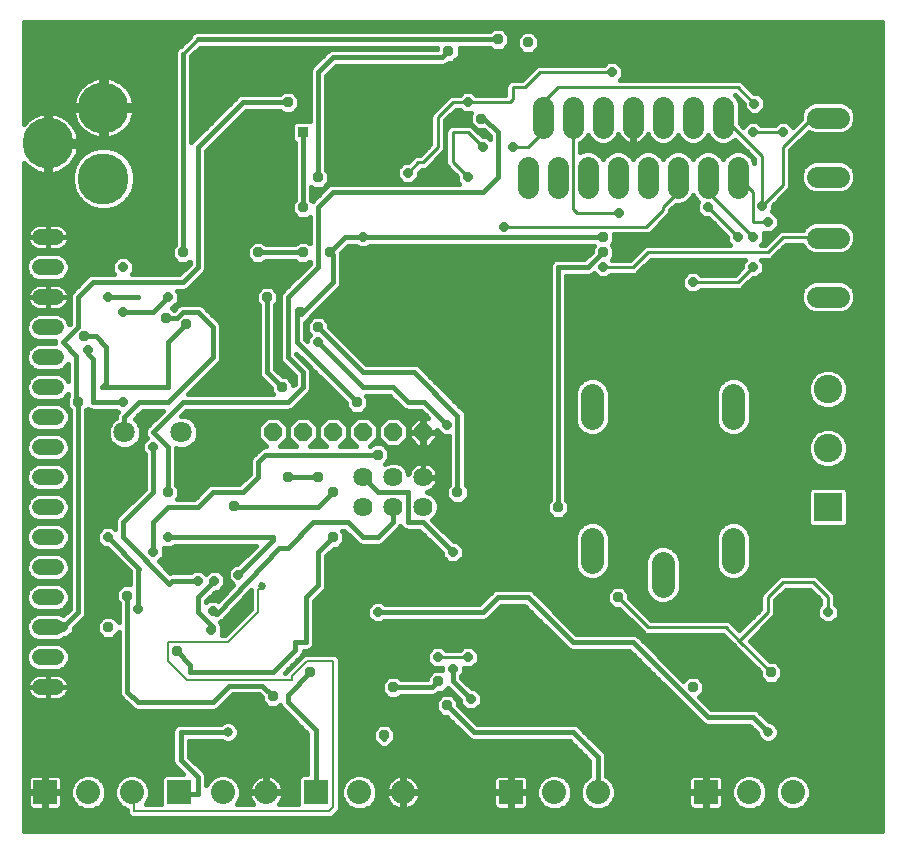
<source format=gbl>
G75*
%MOIN*%
%OFA0B0*%
%FSLAX25Y25*%
%IPPOS*%
%LPD*%
%AMOC8*
5,1,8,0,0,1.08239X$1,22.5*
%
%ADD10OC8,0.06000*%
%ADD11C,0.07087*%
%ADD12C,0.06400*%
%ADD13C,0.17000*%
%ADD14R,0.09500X0.09500*%
%ADD15C,0.09500*%
%ADD16C,0.07050*%
%ADD17C,0.07087*%
%ADD18C,0.07800*%
%ADD19R,0.08000X0.08000*%
%ADD20C,0.08000*%
%ADD21C,0.05200*%
%ADD22OC8,0.03562*%
%ADD23C,0.01600*%
%ADD24OC8,0.03200*%
%ADD25C,0.01000*%
%ADD26R,0.03562X0.03562*%
%ADD27C,0.03200*%
%ADD28C,0.00800*%
%ADD29C,0.02700*%
D10*
X0089167Y0136800D03*
X0099167Y0136800D03*
X0109167Y0136800D03*
X0119167Y0136800D03*
X0129167Y0136800D03*
X0139167Y0136800D03*
D11*
X0174167Y0218257D02*
X0174167Y0225343D01*
X0184167Y0225343D02*
X0184167Y0218257D01*
X0194167Y0218257D02*
X0194167Y0225343D01*
X0204167Y0225343D02*
X0204167Y0218257D01*
X0214167Y0218257D02*
X0214167Y0225343D01*
X0224167Y0225343D02*
X0224167Y0218257D01*
X0234167Y0218257D02*
X0234167Y0225343D01*
X0244167Y0225343D02*
X0244167Y0218257D01*
X0239167Y0238257D02*
X0239167Y0245343D01*
X0229167Y0245343D02*
X0229167Y0238257D01*
X0219167Y0238257D02*
X0219167Y0245343D01*
X0209167Y0245343D02*
X0209167Y0238257D01*
X0199167Y0238257D02*
X0199167Y0245343D01*
X0189167Y0245343D02*
X0189167Y0238257D01*
X0179167Y0238257D02*
X0179167Y0245343D01*
D12*
X0139167Y0121800D03*
X0139167Y0111800D03*
X0129167Y0111800D03*
X0119167Y0111800D03*
X0119167Y0121800D03*
X0129167Y0121800D03*
D13*
X0032667Y0221363D03*
X0014163Y0233174D03*
X0032667Y0244985D03*
D14*
X0274167Y0111800D03*
D15*
X0274167Y0131485D03*
X0274167Y0151170D03*
D16*
X0277692Y0181957D02*
X0270642Y0181957D01*
X0270642Y0201643D02*
X0277692Y0201643D01*
X0277692Y0221957D02*
X0270642Y0221957D01*
X0270642Y0241643D02*
X0277692Y0241643D01*
D17*
X0058667Y0136800D03*
X0039667Y0136800D03*
D18*
X0195667Y0141400D02*
X0195667Y0149200D01*
X0242667Y0149200D02*
X0242667Y0141400D01*
X0242667Y0101200D02*
X0242667Y0093400D01*
X0219167Y0093200D02*
X0219167Y0085400D01*
X0195667Y0093400D02*
X0195667Y0101200D01*
D19*
X0168467Y0016800D03*
X0233467Y0016800D03*
X0103467Y0016800D03*
X0057967Y0016800D03*
X0013167Y0016800D03*
D20*
X0027646Y0016800D03*
X0042126Y0016800D03*
X0072446Y0016800D03*
X0086926Y0016800D03*
X0117946Y0016800D03*
X0132426Y0016800D03*
X0182946Y0016800D03*
X0197426Y0016800D03*
X0247946Y0016800D03*
X0262426Y0016800D03*
D21*
X0016767Y0051800D02*
X0011567Y0051800D01*
X0011567Y0061800D02*
X0016767Y0061800D01*
X0016767Y0071800D02*
X0011567Y0071800D01*
X0011567Y0081800D02*
X0016767Y0081800D01*
X0016767Y0091800D02*
X0011567Y0091800D01*
X0011567Y0101800D02*
X0016767Y0101800D01*
X0016767Y0111800D02*
X0011567Y0111800D01*
X0011567Y0121800D02*
X0016767Y0121800D01*
X0016767Y0131800D02*
X0011567Y0131800D01*
X0011567Y0141800D02*
X0016767Y0141800D01*
X0016767Y0151800D02*
X0011567Y0151800D01*
X0011567Y0161800D02*
X0016767Y0161800D01*
X0016767Y0171800D02*
X0011567Y0171800D01*
X0011567Y0181800D02*
X0016767Y0181800D01*
X0016767Y0191800D02*
X0011567Y0191800D01*
X0011567Y0201800D02*
X0016767Y0201800D01*
D22*
X0026167Y0168800D03*
X0024167Y0146800D03*
X0053667Y0174800D03*
X0060167Y0172800D03*
X0059167Y0196800D03*
X0084167Y0196800D03*
X0099167Y0196800D03*
X0108167Y0196800D03*
X0099167Y0211800D03*
X0104167Y0221800D03*
X0094167Y0246800D03*
X0147667Y0263800D03*
X0164167Y0267800D03*
X0174167Y0266800D03*
X0158667Y0241300D03*
X0199167Y0201800D03*
X0199167Y0196800D03*
X0212667Y0201800D03*
X0150667Y0116800D03*
X0124167Y0129300D03*
X0109167Y0116800D03*
X0104167Y0121800D03*
X0094167Y0121800D03*
X0076167Y0112300D03*
X0054167Y0116800D03*
X0040667Y0082300D03*
X0034167Y0071800D03*
X0057167Y0063800D03*
X0089167Y0048800D03*
X0101667Y0056800D03*
X0126167Y0035800D03*
X0129167Y0051800D03*
X0144167Y0053800D03*
X0147167Y0045800D03*
X0204167Y0081800D03*
X0184167Y0111800D03*
X0229167Y0051800D03*
X0255167Y0056800D03*
X0117167Y0146800D03*
X0092167Y0151800D03*
X0104167Y0171800D03*
X0098167Y0176800D03*
X0087167Y0181800D03*
X0109167Y0101800D03*
D23*
X0006167Y0003800D02*
X0006167Y0226681D01*
X0006470Y0226300D01*
X0007289Y0225482D01*
X0008193Y0224760D01*
X0009173Y0224145D01*
X0010215Y0223643D01*
X0011307Y0223261D01*
X0012435Y0223004D01*
X0013363Y0222899D01*
X0013363Y0232374D01*
X0014963Y0232374D01*
X0014963Y0233974D01*
X0024438Y0233974D01*
X0024333Y0234902D01*
X0024076Y0236030D01*
X0023694Y0237122D01*
X0023192Y0238164D01*
X0022576Y0239144D01*
X0021855Y0240048D01*
X0021037Y0240866D01*
X0020132Y0241588D01*
X0019153Y0242203D01*
X0018111Y0242705D01*
X0017019Y0243087D01*
X0015891Y0243344D01*
X0014963Y0243449D01*
X0014963Y0233974D01*
X0013363Y0233974D01*
X0013363Y0243449D01*
X0012435Y0243344D01*
X0011307Y0243087D01*
X0010215Y0242705D01*
X0009173Y0242203D01*
X0008193Y0241588D01*
X0007289Y0240866D01*
X0006470Y0240048D01*
X0006167Y0239667D01*
X0006167Y0273501D01*
X0292088Y0273501D01*
X0292088Y0003800D01*
X0006167Y0003800D01*
X0006167Y0004997D02*
X0292088Y0004997D01*
X0292088Y0006596D02*
X0006167Y0006596D01*
X0006167Y0008194D02*
X0042333Y0008194D01*
X0042439Y0008150D02*
X0108394Y0008150D01*
X0109276Y0008515D01*
X0109951Y0009191D01*
X0111201Y0010441D01*
X0111567Y0011323D01*
X0111567Y0061027D01*
X0111201Y0061909D01*
X0110526Y0062585D01*
X0109644Y0062950D01*
X0099939Y0062950D01*
X0099057Y0062585D01*
X0098382Y0061909D01*
X0093382Y0056909D01*
X0093295Y0056700D01*
X0093026Y0056700D01*
X0099040Y0062714D01*
X0099467Y0063743D01*
X0099467Y0064000D01*
X0100724Y0064000D01*
X0101753Y0064426D01*
X0102540Y0065214D01*
X0102967Y0066243D01*
X0102967Y0080640D01*
X0106540Y0084214D01*
X0106967Y0085243D01*
X0106967Y0095640D01*
X0109345Y0098019D01*
X0110733Y0098019D01*
X0112948Y0100234D01*
X0112948Y0103366D01*
X0112314Y0104000D01*
X0113007Y0104000D01*
X0116793Y0100214D01*
X0117581Y0099426D01*
X0118610Y0099000D01*
X0124724Y0099000D01*
X0125753Y0099426D01*
X0130753Y0104426D01*
X0131540Y0105214D01*
X0131667Y0105519D01*
X0131793Y0105214D01*
X0132581Y0104426D01*
X0133610Y0104000D01*
X0138007Y0104000D01*
X0145567Y0096440D01*
X0145567Y0095309D01*
X0147675Y0093200D01*
X0150658Y0093200D01*
X0152767Y0095309D01*
X0152767Y0098291D01*
X0150658Y0100400D01*
X0149526Y0100400D01*
X0142323Y0107603D01*
X0143575Y0108854D01*
X0144367Y0110766D01*
X0144367Y0112834D01*
X0143575Y0114746D01*
X0142112Y0116208D01*
X0140365Y0116932D01*
X0141086Y0117166D01*
X0141787Y0117524D01*
X0142424Y0117986D01*
X0142980Y0118543D01*
X0143443Y0119179D01*
X0143800Y0119881D01*
X0144044Y0120629D01*
X0144167Y0121406D01*
X0144167Y0121714D01*
X0139253Y0121714D01*
X0139253Y0121886D01*
X0144167Y0121886D01*
X0144167Y0122194D01*
X0144044Y0122971D01*
X0143800Y0123719D01*
X0143443Y0124421D01*
X0142980Y0125057D01*
X0142424Y0125614D01*
X0141787Y0126076D01*
X0141086Y0126434D01*
X0140337Y0126677D01*
X0139560Y0126800D01*
X0139252Y0126800D01*
X0139252Y0121886D01*
X0139081Y0121886D01*
X0139081Y0126800D01*
X0138773Y0126800D01*
X0137996Y0126677D01*
X0137247Y0126434D01*
X0136546Y0126076D01*
X0135909Y0125614D01*
X0135353Y0125057D01*
X0134890Y0124421D01*
X0134533Y0123719D01*
X0134299Y0122998D01*
X0133575Y0124746D01*
X0132112Y0126208D01*
X0130201Y0127000D01*
X0128132Y0127000D01*
X0126565Y0126351D01*
X0127948Y0127734D01*
X0127948Y0130866D01*
X0125733Y0133081D01*
X0122600Y0133081D01*
X0121619Y0132100D01*
X0121538Y0132100D01*
X0124167Y0134729D01*
X0127096Y0131800D01*
X0131238Y0131800D01*
X0134167Y0134729D01*
X0134167Y0138871D01*
X0131238Y0141800D01*
X0127096Y0141800D01*
X0124167Y0138871D01*
X0124167Y0134729D01*
X0124167Y0138871D01*
X0121238Y0141800D01*
X0117096Y0141800D01*
X0114167Y0138871D01*
X0114167Y0134729D01*
X0116796Y0132100D01*
X0111538Y0132100D01*
X0114167Y0134729D01*
X0114167Y0138871D01*
X0111238Y0141800D01*
X0107096Y0141800D01*
X0104167Y0138871D01*
X0104167Y0134729D01*
X0106796Y0132100D01*
X0101538Y0132100D01*
X0104167Y0134729D01*
X0104167Y0138871D01*
X0101238Y0141800D01*
X0097096Y0141800D01*
X0094167Y0138871D01*
X0094167Y0134729D01*
X0096796Y0132100D01*
X0091538Y0132100D01*
X0094167Y0134729D01*
X0094167Y0138871D01*
X0091238Y0141800D01*
X0087096Y0141800D01*
X0084167Y0138871D01*
X0084167Y0134729D01*
X0086796Y0132100D01*
X0086110Y0132100D01*
X0085081Y0131674D01*
X0082581Y0129174D01*
X0081793Y0128386D01*
X0081367Y0127357D01*
X0081367Y0122960D01*
X0078007Y0119600D01*
X0068610Y0119600D01*
X0067581Y0119174D01*
X0063007Y0114600D01*
X0057314Y0114600D01*
X0057948Y0115234D01*
X0057948Y0118366D01*
X0056967Y0119347D01*
X0056967Y0131504D01*
X0057564Y0131257D01*
X0059769Y0131257D01*
X0061807Y0132101D01*
X0063366Y0133660D01*
X0064210Y0135697D01*
X0064210Y0137903D01*
X0063366Y0139940D01*
X0061807Y0141499D01*
X0059769Y0142343D01*
X0058670Y0142343D01*
X0060326Y0144000D01*
X0094724Y0144000D01*
X0095753Y0144426D01*
X0101540Y0150214D01*
X0101967Y0151243D01*
X0101967Y0157357D01*
X0101540Y0158386D01*
X0100753Y0159174D01*
X0096967Y0162960D01*
X0096967Y0163040D01*
X0113386Y0146621D01*
X0113386Y0145234D01*
X0115600Y0143019D01*
X0118733Y0143019D01*
X0120948Y0145234D01*
X0120948Y0148366D01*
X0120314Y0149000D01*
X0128007Y0149000D01*
X0131793Y0145214D01*
X0132581Y0144426D01*
X0133610Y0144000D01*
X0138507Y0144000D01*
X0140907Y0141600D01*
X0139367Y0141600D01*
X0139367Y0137000D01*
X0143967Y0137000D01*
X0143967Y0137409D01*
X0145675Y0135700D01*
X0147867Y0135700D01*
X0147867Y0119347D01*
X0146886Y0118366D01*
X0146886Y0115234D01*
X0149100Y0113019D01*
X0152233Y0113019D01*
X0154448Y0115234D01*
X0154448Y0118366D01*
X0153467Y0119347D01*
X0153467Y0142857D01*
X0153040Y0143886D01*
X0137753Y0159174D01*
X0136724Y0159600D01*
X0120326Y0159600D01*
X0107948Y0171979D01*
X0107948Y0173366D01*
X0105733Y0175581D01*
X0102600Y0175581D01*
X0100386Y0173366D01*
X0100386Y0170234D01*
X0101447Y0169172D01*
X0100567Y0168291D01*
X0100567Y0167360D01*
X0099967Y0167960D01*
X0099967Y0173253D01*
X0101948Y0175234D01*
X0101948Y0175621D01*
X0110753Y0184426D01*
X0111540Y0185214D01*
X0111967Y0186243D01*
X0111967Y0196357D01*
X0111948Y0196403D01*
X0111948Y0196621D01*
X0114326Y0199000D01*
X0116875Y0199000D01*
X0117675Y0198200D01*
X0120658Y0198200D01*
X0121458Y0199000D01*
X0196019Y0199000D01*
X0195386Y0198366D01*
X0195386Y0196979D01*
X0193007Y0194600D01*
X0183610Y0194600D01*
X0182581Y0194174D01*
X0181793Y0193386D01*
X0181367Y0192357D01*
X0181367Y0114347D01*
X0180386Y0113366D01*
X0180386Y0110234D01*
X0182600Y0108019D01*
X0185733Y0108019D01*
X0187948Y0110234D01*
X0187948Y0113366D01*
X0186967Y0114347D01*
X0186967Y0189000D01*
X0194724Y0189000D01*
X0195753Y0189426D01*
X0196101Y0189775D01*
X0197675Y0188200D01*
X0200658Y0188200D01*
X0201758Y0189300D01*
X0209664Y0189300D01*
X0210583Y0189681D01*
X0211286Y0190384D01*
X0215202Y0194300D01*
X0246576Y0194300D01*
X0245567Y0193291D01*
X0245567Y0191736D01*
X0243131Y0189300D01*
X0231758Y0189300D01*
X0230658Y0190400D01*
X0227675Y0190400D01*
X0225567Y0188291D01*
X0225567Y0185309D01*
X0227675Y0183200D01*
X0230658Y0183200D01*
X0231758Y0184300D01*
X0244664Y0184300D01*
X0245583Y0184681D01*
X0246286Y0185384D01*
X0249102Y0188200D01*
X0250658Y0188200D01*
X0252767Y0190309D01*
X0252767Y0193291D01*
X0251758Y0194300D01*
X0254664Y0194300D01*
X0255583Y0194681D01*
X0256286Y0195384D01*
X0260202Y0199300D01*
X0265632Y0199300D01*
X0265958Y0198513D01*
X0267512Y0196959D01*
X0269543Y0196118D01*
X0278791Y0196118D01*
X0280821Y0196959D01*
X0282376Y0198513D01*
X0283217Y0200544D01*
X0283217Y0202742D01*
X0282376Y0204772D01*
X0280821Y0206326D01*
X0278791Y0207168D01*
X0269543Y0207168D01*
X0267512Y0206326D01*
X0265958Y0204772D01*
X0265762Y0204300D01*
X0258669Y0204300D01*
X0257751Y0203919D01*
X0253131Y0199300D01*
X0251758Y0199300D01*
X0252767Y0200309D01*
X0252767Y0203200D01*
X0255658Y0203200D01*
X0257767Y0205309D01*
X0257767Y0208291D01*
X0255658Y0210400D01*
X0255358Y0210400D01*
X0255767Y0210809D01*
X0255767Y0212364D01*
X0260583Y0217181D01*
X0261286Y0217884D01*
X0261667Y0218803D01*
X0261667Y0230764D01*
X0267759Y0236856D01*
X0269543Y0236118D01*
X0278791Y0236118D01*
X0280821Y0236959D01*
X0282376Y0238513D01*
X0283217Y0240544D01*
X0283217Y0242742D01*
X0282376Y0244772D01*
X0280821Y0246326D01*
X0278791Y0247168D01*
X0269543Y0247168D01*
X0267512Y0246326D01*
X0265958Y0244772D01*
X0265117Y0242742D01*
X0265117Y0241286D01*
X0262444Y0238613D01*
X0260658Y0240400D01*
X0257675Y0240400D01*
X0256575Y0239300D01*
X0251758Y0239300D01*
X0250658Y0240400D01*
X0247675Y0240400D01*
X0245889Y0238613D01*
X0244710Y0239792D01*
X0244710Y0246446D01*
X0243866Y0248483D01*
X0243049Y0249300D01*
X0243131Y0249300D01*
X0246067Y0246364D01*
X0246067Y0244809D01*
X0248175Y0242700D01*
X0251158Y0242700D01*
X0253267Y0244809D01*
X0253267Y0247791D01*
X0251158Y0249900D01*
X0249602Y0249900D01*
X0245583Y0253919D01*
X0244664Y0254300D01*
X0204758Y0254300D01*
X0205767Y0255309D01*
X0205767Y0258291D01*
X0203658Y0260400D01*
X0200675Y0260400D01*
X0199575Y0259300D01*
X0177669Y0259300D01*
X0176751Y0258919D01*
X0172131Y0254300D01*
X0168669Y0254300D01*
X0167751Y0253919D01*
X0167047Y0253216D01*
X0166667Y0252297D01*
X0166667Y0249300D01*
X0156758Y0249300D01*
X0155658Y0250400D01*
X0152675Y0250400D01*
X0151575Y0249300D01*
X0148669Y0249300D01*
X0147751Y0248919D01*
X0142751Y0243919D01*
X0142047Y0243216D01*
X0141667Y0242297D01*
X0141667Y0232836D01*
X0138131Y0229300D01*
X0137169Y0229300D01*
X0136251Y0228919D01*
X0134231Y0226900D01*
X0132675Y0226900D01*
X0130567Y0224791D01*
X0130567Y0221809D01*
X0132675Y0219700D01*
X0135658Y0219700D01*
X0137767Y0221809D01*
X0137767Y0223364D01*
X0138702Y0224300D01*
X0139664Y0224300D01*
X0140583Y0224681D01*
X0146286Y0230384D01*
X0146667Y0231303D01*
X0146667Y0240764D01*
X0150202Y0244300D01*
X0151575Y0244300D01*
X0152675Y0243200D01*
X0155219Y0243200D01*
X0154886Y0242866D01*
X0154886Y0239734D01*
X0157100Y0237519D01*
X0159488Y0237519D01*
X0161367Y0235640D01*
X0161367Y0234691D01*
X0160658Y0235400D01*
X0159102Y0235400D01*
X0156286Y0238216D01*
X0155583Y0238919D01*
X0154664Y0239300D01*
X0148669Y0239300D01*
X0147751Y0238919D01*
X0147047Y0238216D01*
X0146667Y0237297D01*
X0146667Y0226303D01*
X0147047Y0225384D01*
X0147751Y0224681D01*
X0150567Y0221864D01*
X0150567Y0220309D01*
X0151276Y0219600D01*
X0108610Y0219600D01*
X0107581Y0219174D01*
X0102581Y0214174D01*
X0102360Y0213954D01*
X0101967Y0214347D01*
X0101967Y0218653D01*
X0102600Y0218019D01*
X0105733Y0218019D01*
X0107948Y0220234D01*
X0107948Y0223366D01*
X0106967Y0224347D01*
X0106967Y0255640D01*
X0110326Y0259000D01*
X0146224Y0259000D01*
X0147253Y0259426D01*
X0147845Y0260019D01*
X0149233Y0260019D01*
X0151448Y0262234D01*
X0151448Y0265000D01*
X0161619Y0265000D01*
X0162600Y0264019D01*
X0165733Y0264019D01*
X0167948Y0266234D01*
X0167948Y0269366D01*
X0165733Y0271581D01*
X0162600Y0271581D01*
X0161619Y0270600D01*
X0063610Y0270600D01*
X0062581Y0270174D01*
X0061793Y0269386D01*
X0061493Y0268662D01*
X0058305Y0265474D01*
X0057581Y0265174D01*
X0056793Y0264386D01*
X0056367Y0263357D01*
X0056367Y0199347D01*
X0055386Y0198366D01*
X0055386Y0195234D01*
X0057600Y0193019D01*
X0060733Y0193019D01*
X0061367Y0193653D01*
X0061367Y0192960D01*
X0058007Y0189600D01*
X0042058Y0189600D01*
X0042767Y0190309D01*
X0042767Y0193291D01*
X0040658Y0195400D01*
X0037675Y0195400D01*
X0035567Y0193291D01*
X0035567Y0190309D01*
X0036276Y0189600D01*
X0028610Y0189600D01*
X0027581Y0189174D01*
X0021793Y0183386D01*
X0021367Y0182357D01*
X0021367Y0172960D01*
X0021295Y0172888D01*
X0020666Y0174406D01*
X0019372Y0175700D01*
X0017682Y0176400D01*
X0010652Y0176400D01*
X0008961Y0175700D01*
X0007667Y0174406D01*
X0006967Y0172715D01*
X0006967Y0170885D01*
X0007667Y0169194D01*
X0008961Y0167900D01*
X0010652Y0167200D01*
X0016367Y0167200D01*
X0016367Y0166400D01*
X0010652Y0166400D01*
X0008961Y0165700D01*
X0007667Y0164406D01*
X0006967Y0162715D01*
X0006967Y0160885D01*
X0007667Y0159194D01*
X0008961Y0157900D01*
X0010652Y0157200D01*
X0017682Y0157200D01*
X0019372Y0157900D01*
X0020666Y0159194D01*
X0020867Y0159678D01*
X0020867Y0153922D01*
X0020666Y0154406D01*
X0019372Y0155700D01*
X0017682Y0156400D01*
X0010652Y0156400D01*
X0008961Y0155700D01*
X0007667Y0154406D01*
X0006967Y0152715D01*
X0006967Y0150885D01*
X0007667Y0149194D01*
X0008961Y0147900D01*
X0010652Y0147200D01*
X0017682Y0147200D01*
X0019372Y0147900D01*
X0020666Y0149194D01*
X0020867Y0149678D01*
X0020867Y0148847D01*
X0020386Y0148366D01*
X0020386Y0145234D01*
X0021367Y0144253D01*
X0021367Y0077960D01*
X0019184Y0075778D01*
X0017682Y0076400D01*
X0010652Y0076400D01*
X0008961Y0075700D01*
X0007667Y0074406D01*
X0006967Y0072715D01*
X0006967Y0070885D01*
X0007667Y0069194D01*
X0008961Y0067900D01*
X0010652Y0067200D01*
X0017682Y0067200D01*
X0019372Y0067900D01*
X0019672Y0068200D01*
X0020658Y0068200D01*
X0022767Y0070309D01*
X0022767Y0071440D01*
X0025753Y0074426D01*
X0026540Y0075214D01*
X0026967Y0076243D01*
X0026967Y0144253D01*
X0027360Y0144646D01*
X0027581Y0144426D01*
X0028610Y0144000D01*
X0036875Y0144000D01*
X0037391Y0143484D01*
X0037293Y0143386D01*
X0036867Y0142357D01*
X0036867Y0141640D01*
X0036527Y0141499D01*
X0034967Y0139940D01*
X0034123Y0137903D01*
X0034123Y0135697D01*
X0034967Y0133660D01*
X0036527Y0132101D01*
X0038564Y0131257D01*
X0040769Y0131257D01*
X0042807Y0132101D01*
X0044366Y0133660D01*
X0045210Y0135697D01*
X0045210Y0137903D01*
X0044366Y0139940D01*
X0043066Y0141240D01*
X0045826Y0144000D01*
X0052407Y0144000D01*
X0046793Y0138386D01*
X0046367Y0137357D01*
X0046367Y0136243D01*
X0046793Y0135214D01*
X0047141Y0134866D01*
X0045567Y0133291D01*
X0045567Y0130309D01*
X0046367Y0129509D01*
X0046367Y0117960D01*
X0037581Y0109174D01*
X0036793Y0108386D01*
X0036367Y0107357D01*
X0036367Y0104691D01*
X0035658Y0105400D01*
X0032675Y0105400D01*
X0030567Y0103291D01*
X0030567Y0100309D01*
X0032675Y0098200D01*
X0033807Y0098200D01*
X0041367Y0090640D01*
X0041367Y0086081D01*
X0039100Y0086081D01*
X0036886Y0083866D01*
X0036886Y0080734D01*
X0037867Y0079753D01*
X0037867Y0073447D01*
X0035733Y0075581D01*
X0032600Y0075581D01*
X0030386Y0073366D01*
X0030386Y0070234D01*
X0032600Y0068019D01*
X0035733Y0068019D01*
X0037867Y0070153D01*
X0037867Y0049743D01*
X0038293Y0048714D01*
X0041793Y0045214D01*
X0042581Y0044426D01*
X0043610Y0044000D01*
X0069724Y0044000D01*
X0070753Y0044426D01*
X0075826Y0049500D01*
X0084507Y0049500D01*
X0085386Y0048621D01*
X0085386Y0047234D01*
X0087600Y0045019D01*
X0090733Y0045019D01*
X0091540Y0045826D01*
X0091793Y0045214D01*
X0100667Y0036340D01*
X0100667Y0022800D01*
X0098638Y0022800D01*
X0097467Y0021628D01*
X0097467Y0012950D01*
X0091278Y0012950D01*
X0091350Y0013022D01*
X0091886Y0013760D01*
X0092301Y0014574D01*
X0092583Y0015442D01*
X0092726Y0016344D01*
X0092726Y0016419D01*
X0087307Y0016419D01*
X0087307Y0017181D01*
X0092726Y0017181D01*
X0092726Y0017256D01*
X0092583Y0018158D01*
X0092301Y0019026D01*
X0091886Y0019840D01*
X0091350Y0020578D01*
X0090704Y0021224D01*
X0089966Y0021761D01*
X0089152Y0022175D01*
X0088284Y0022457D01*
X0087382Y0022600D01*
X0087307Y0022600D01*
X0087307Y0017181D01*
X0086545Y0017181D01*
X0086545Y0022600D01*
X0086469Y0022600D01*
X0085568Y0022457D01*
X0084699Y0022175D01*
X0083886Y0021761D01*
X0083147Y0021224D01*
X0082502Y0020578D01*
X0081965Y0019840D01*
X0081551Y0019026D01*
X0081269Y0018158D01*
X0081126Y0017256D01*
X0081126Y0017181D01*
X0086545Y0017181D01*
X0086545Y0016419D01*
X0081126Y0016419D01*
X0081126Y0016344D01*
X0081269Y0015442D01*
X0081551Y0014574D01*
X0081965Y0013760D01*
X0082502Y0013022D01*
X0082573Y0012950D01*
X0077081Y0012950D01*
X0077533Y0013401D01*
X0078446Y0015607D01*
X0078446Y0017993D01*
X0077533Y0020199D01*
X0075845Y0021887D01*
X0073640Y0022800D01*
X0071253Y0022800D01*
X0069047Y0021887D01*
X0067360Y0020199D01*
X0066967Y0019250D01*
X0066967Y0022357D01*
X0066540Y0023386D01*
X0065753Y0024174D01*
X0061267Y0028660D01*
X0061267Y0034000D01*
X0071875Y0034000D01*
X0072127Y0033748D01*
X0073451Y0033200D01*
X0074883Y0033200D01*
X0076206Y0033748D01*
X0077219Y0034761D01*
X0077767Y0036084D01*
X0077767Y0037516D01*
X0077219Y0038839D01*
X0076206Y0039852D01*
X0074883Y0040400D01*
X0073451Y0040400D01*
X0072127Y0039852D01*
X0071875Y0039600D01*
X0057910Y0039600D01*
X0056881Y0039174D01*
X0056093Y0038386D01*
X0055667Y0037357D01*
X0055667Y0026943D01*
X0056093Y0025914D01*
X0059207Y0022800D01*
X0053138Y0022800D01*
X0051967Y0021628D01*
X0051967Y0012950D01*
X0046761Y0012950D01*
X0047212Y0013401D01*
X0048126Y0015607D01*
X0048126Y0017993D01*
X0047212Y0020199D01*
X0045524Y0021887D01*
X0043319Y0022800D01*
X0040932Y0022800D01*
X0038727Y0021887D01*
X0037039Y0020199D01*
X0036126Y0017993D01*
X0036126Y0015607D01*
X0037039Y0013401D01*
X0038727Y0011713D01*
X0040517Y0010972D01*
X0040517Y0010073D01*
X0040882Y0009191D01*
X0041557Y0008515D01*
X0042439Y0008150D01*
X0040633Y0009793D02*
X0006167Y0009793D01*
X0006167Y0011391D02*
X0008030Y0011391D01*
X0008061Y0011360D02*
X0008472Y0011123D01*
X0008930Y0011000D01*
X0012786Y0011000D01*
X0012786Y0016419D01*
X0013548Y0016419D01*
X0013548Y0017181D01*
X0018967Y0017181D01*
X0018967Y0021037D01*
X0018844Y0021495D01*
X0018607Y0021905D01*
X0018272Y0022240D01*
X0017861Y0022477D01*
X0017404Y0022600D01*
X0013548Y0022600D01*
X0013548Y0017181D01*
X0012786Y0017181D01*
X0012786Y0022600D01*
X0008930Y0022600D01*
X0008472Y0022477D01*
X0008061Y0022240D01*
X0007726Y0021905D01*
X0007489Y0021495D01*
X0007367Y0021037D01*
X0007367Y0017181D01*
X0012785Y0017181D01*
X0012785Y0016419D01*
X0007367Y0016419D01*
X0007367Y0012563D01*
X0007489Y0012105D01*
X0007726Y0011695D01*
X0008061Y0011360D01*
X0007367Y0012990D02*
X0006167Y0012990D01*
X0006167Y0014588D02*
X0007367Y0014588D01*
X0007367Y0016187D02*
X0006167Y0016187D01*
X0006167Y0017785D02*
X0007367Y0017785D01*
X0007367Y0019384D02*
X0006167Y0019384D01*
X0006167Y0020982D02*
X0007367Y0020982D01*
X0006167Y0022581D02*
X0008857Y0022581D01*
X0006167Y0024179D02*
X0057828Y0024179D01*
X0056229Y0025778D02*
X0006167Y0025778D01*
X0006167Y0027376D02*
X0055667Y0027376D01*
X0055667Y0028975D02*
X0006167Y0028975D01*
X0006167Y0030573D02*
X0055667Y0030573D01*
X0055667Y0032172D02*
X0006167Y0032172D01*
X0006167Y0033770D02*
X0055667Y0033770D01*
X0055667Y0035369D02*
X0006167Y0035369D01*
X0006167Y0036967D02*
X0055667Y0036967D01*
X0056273Y0038566D02*
X0006167Y0038566D01*
X0006167Y0040164D02*
X0072882Y0040164D01*
X0075452Y0040164D02*
X0096843Y0040164D01*
X0098441Y0038566D02*
X0077332Y0038566D01*
X0077767Y0036967D02*
X0100040Y0036967D01*
X0100667Y0035369D02*
X0077470Y0035369D01*
X0076228Y0033770D02*
X0100667Y0033770D01*
X0100667Y0032172D02*
X0061267Y0032172D01*
X0061267Y0033770D02*
X0072105Y0033770D01*
X0074167Y0036800D02*
X0058467Y0036800D01*
X0058467Y0027500D01*
X0064167Y0021800D01*
X0064167Y0016300D01*
X0058467Y0016300D01*
X0057967Y0016800D01*
X0051967Y0016187D02*
X0048126Y0016187D01*
X0048126Y0017785D02*
X0051967Y0017785D01*
X0051967Y0019384D02*
X0047550Y0019384D01*
X0046429Y0020982D02*
X0051967Y0020982D01*
X0052919Y0022581D02*
X0043849Y0022581D01*
X0040403Y0022581D02*
X0029369Y0022581D01*
X0028840Y0022800D02*
X0026453Y0022800D01*
X0024247Y0021887D01*
X0022560Y0020199D01*
X0021646Y0017993D01*
X0021646Y0015607D01*
X0022560Y0013401D01*
X0024247Y0011713D01*
X0026453Y0010800D01*
X0028840Y0010800D01*
X0031045Y0011713D01*
X0032733Y0013401D01*
X0033646Y0015607D01*
X0033646Y0017993D01*
X0032733Y0020199D01*
X0031045Y0021887D01*
X0028840Y0022800D01*
X0025923Y0022581D02*
X0017476Y0022581D01*
X0018967Y0020982D02*
X0023343Y0020982D01*
X0022222Y0019384D02*
X0018967Y0019384D01*
X0018967Y0017785D02*
X0021646Y0017785D01*
X0021646Y0016187D02*
X0018967Y0016187D01*
X0018967Y0016419D02*
X0013548Y0016419D01*
X0013548Y0011000D01*
X0017404Y0011000D01*
X0017861Y0011123D01*
X0018272Y0011360D01*
X0018607Y0011695D01*
X0018844Y0012105D01*
X0018967Y0012563D01*
X0018967Y0016419D01*
X0018967Y0014588D02*
X0022068Y0014588D01*
X0022971Y0012990D02*
X0018967Y0012990D01*
X0018303Y0011391D02*
X0025026Y0011391D01*
X0030267Y0011391D02*
X0039505Y0011391D01*
X0037451Y0012990D02*
X0032321Y0012990D01*
X0033224Y0014588D02*
X0036548Y0014588D01*
X0036126Y0016187D02*
X0033646Y0016187D01*
X0033646Y0017785D02*
X0036126Y0017785D01*
X0036702Y0019384D02*
X0033070Y0019384D01*
X0031949Y0020982D02*
X0037823Y0020982D01*
X0046801Y0012990D02*
X0051967Y0012990D01*
X0051967Y0014588D02*
X0047704Y0014588D01*
X0062550Y0027376D02*
X0100667Y0027376D01*
X0100667Y0025778D02*
X0064149Y0025778D01*
X0065747Y0024179D02*
X0100667Y0024179D01*
X0098419Y0022581D02*
X0087504Y0022581D01*
X0087307Y0022581D02*
X0086545Y0022581D01*
X0086347Y0022581D02*
X0074169Y0022581D01*
X0076749Y0020982D02*
X0082905Y0020982D01*
X0081733Y0019384D02*
X0077870Y0019384D01*
X0078446Y0017785D02*
X0081209Y0017785D01*
X0081151Y0016187D02*
X0078446Y0016187D01*
X0078024Y0014588D02*
X0081546Y0014588D01*
X0082534Y0012990D02*
X0077121Y0012990D01*
X0086545Y0017785D02*
X0087307Y0017785D01*
X0087307Y0019384D02*
X0086545Y0019384D01*
X0086545Y0020982D02*
X0087307Y0020982D01*
X0090946Y0020982D02*
X0097467Y0020982D01*
X0097467Y0019384D02*
X0092119Y0019384D01*
X0092642Y0017785D02*
X0097467Y0017785D01*
X0097467Y0016187D02*
X0092701Y0016187D01*
X0092305Y0014588D02*
X0097467Y0014588D01*
X0097467Y0012990D02*
X0091318Y0012990D01*
X0103467Y0016800D02*
X0103467Y0037500D01*
X0094167Y0046800D01*
X0094167Y0049300D01*
X0101667Y0056800D01*
X0097417Y0060945D02*
X0097271Y0060945D01*
X0095819Y0059346D02*
X0095673Y0059346D01*
X0094220Y0057748D02*
X0094074Y0057748D01*
X0089167Y0056800D02*
X0096667Y0064300D01*
X0096667Y0066800D01*
X0100167Y0066800D01*
X0100167Y0081800D01*
X0104167Y0085800D01*
X0104167Y0096800D01*
X0109167Y0101800D01*
X0112023Y0099309D02*
X0117863Y0099309D01*
X0116099Y0100908D02*
X0112948Y0100908D01*
X0112948Y0102506D02*
X0114501Y0102506D01*
X0114167Y0106800D02*
X0119167Y0101800D01*
X0124167Y0101800D01*
X0129167Y0106800D01*
X0129167Y0111800D01*
X0134167Y0116800D02*
X0124167Y0116800D01*
X0119167Y0121800D01*
X0126698Y0126484D02*
X0126886Y0126484D01*
X0127948Y0128082D02*
X0147867Y0128082D01*
X0147867Y0126484D02*
X0140931Y0126484D01*
X0139252Y0126484D02*
X0139081Y0126484D01*
X0139081Y0124885D02*
X0139252Y0124885D01*
X0139252Y0123287D02*
X0139081Y0123287D01*
X0135228Y0124885D02*
X0133435Y0124885D01*
X0134179Y0123287D02*
X0134392Y0123287D01*
X0131447Y0126484D02*
X0137402Y0126484D01*
X0137178Y0132000D02*
X0138967Y0132000D01*
X0138967Y0136600D01*
X0139367Y0136600D01*
X0139367Y0137000D01*
X0138967Y0137000D01*
X0138967Y0141600D01*
X0137178Y0141600D01*
X0134367Y0138788D01*
X0134367Y0137000D01*
X0138967Y0137000D01*
X0138967Y0136600D01*
X0134367Y0136600D01*
X0134367Y0134812D01*
X0137178Y0132000D01*
X0136301Y0132878D02*
X0132316Y0132878D01*
X0133914Y0134476D02*
X0134702Y0134476D01*
X0134367Y0136075D02*
X0134167Y0136075D01*
X0134167Y0137673D02*
X0134367Y0137673D01*
X0134850Y0139272D02*
X0133766Y0139272D01*
X0132167Y0140870D02*
X0136449Y0140870D01*
X0138967Y0140870D02*
X0139367Y0140870D01*
X0139367Y0139272D02*
X0138967Y0139272D01*
X0138967Y0137673D02*
X0139367Y0137673D01*
X0139367Y0136600D02*
X0143967Y0136600D01*
X0143967Y0134812D01*
X0141155Y0132000D01*
X0139367Y0132000D01*
X0139367Y0136600D01*
X0139367Y0136075D02*
X0138967Y0136075D01*
X0138967Y0134476D02*
X0139367Y0134476D01*
X0139367Y0132878D02*
X0138967Y0132878D01*
X0142033Y0132878D02*
X0147867Y0132878D01*
X0147867Y0134476D02*
X0143631Y0134476D01*
X0143967Y0136075D02*
X0145301Y0136075D01*
X0147167Y0139300D02*
X0139667Y0146800D01*
X0134167Y0146800D01*
X0129167Y0151800D01*
X0119167Y0151800D01*
X0104167Y0166800D01*
X0100976Y0169644D02*
X0099967Y0169644D01*
X0099967Y0171242D02*
X0100386Y0171242D01*
X0100386Y0172841D02*
X0099967Y0172841D01*
X0101153Y0174439D02*
X0101459Y0174439D01*
X0102364Y0176038D02*
X0181367Y0176038D01*
X0181367Y0177636D02*
X0103963Y0177636D01*
X0105561Y0179235D02*
X0181367Y0179235D01*
X0181367Y0180833D02*
X0107160Y0180833D01*
X0108758Y0182432D02*
X0181367Y0182432D01*
X0181367Y0184030D02*
X0110357Y0184030D01*
X0110753Y0184426D02*
X0110753Y0184426D01*
X0111712Y0185629D02*
X0181367Y0185629D01*
X0181367Y0187227D02*
X0111967Y0187227D01*
X0111967Y0188826D02*
X0181367Y0188826D01*
X0181367Y0190424D02*
X0111967Y0190424D01*
X0111967Y0192023D02*
X0181367Y0192023D01*
X0182028Y0193621D02*
X0111967Y0193621D01*
X0111967Y0195220D02*
X0193627Y0195220D01*
X0195225Y0196818D02*
X0112145Y0196818D01*
X0113743Y0198417D02*
X0117459Y0198417D01*
X0120875Y0198417D02*
X0195436Y0198417D01*
X0199167Y0196800D02*
X0194167Y0191800D01*
X0184167Y0191800D01*
X0184167Y0111800D01*
X0187948Y0112097D02*
X0267417Y0112097D01*
X0267417Y0110499D02*
X0187948Y0110499D01*
X0186614Y0108900D02*
X0267417Y0108900D01*
X0267417Y0107302D02*
X0142625Y0107302D01*
X0143594Y0108900D02*
X0181719Y0108900D01*
X0180386Y0110499D02*
X0144256Y0110499D01*
X0144367Y0112097D02*
X0180386Y0112097D01*
X0180715Y0113696D02*
X0152910Y0113696D01*
X0154448Y0115294D02*
X0181367Y0115294D01*
X0181367Y0116893D02*
X0154448Y0116893D01*
X0154323Y0118491D02*
X0181367Y0118491D01*
X0181367Y0120090D02*
X0153467Y0120090D01*
X0153467Y0121688D02*
X0181367Y0121688D01*
X0181367Y0123287D02*
X0153467Y0123287D01*
X0153467Y0124885D02*
X0181367Y0124885D01*
X0181367Y0126484D02*
X0153467Y0126484D01*
X0153467Y0128082D02*
X0181367Y0128082D01*
X0181367Y0129681D02*
X0153467Y0129681D01*
X0153467Y0131279D02*
X0181367Y0131279D01*
X0181367Y0132878D02*
X0153467Y0132878D01*
X0153467Y0134476D02*
X0181367Y0134476D01*
X0181367Y0136075D02*
X0153467Y0136075D01*
X0153467Y0137673D02*
X0181367Y0137673D01*
X0181367Y0139272D02*
X0153467Y0139272D01*
X0153467Y0140870D02*
X0181367Y0140870D01*
X0181367Y0142469D02*
X0153467Y0142469D01*
X0152859Y0144068D02*
X0181367Y0144068D01*
X0181367Y0145666D02*
X0151260Y0145666D01*
X0149662Y0147265D02*
X0181367Y0147265D01*
X0181367Y0148863D02*
X0148063Y0148863D01*
X0146465Y0150462D02*
X0181367Y0150462D01*
X0181367Y0152060D02*
X0144866Y0152060D01*
X0143268Y0153659D02*
X0181367Y0153659D01*
X0181367Y0155257D02*
X0141669Y0155257D01*
X0140071Y0156856D02*
X0181367Y0156856D01*
X0181367Y0158454D02*
X0138472Y0158454D01*
X0136167Y0156800D02*
X0150667Y0142300D01*
X0150667Y0116800D01*
X0146886Y0116893D02*
X0140460Y0116893D01*
X0142929Y0118491D02*
X0147011Y0118491D01*
X0147867Y0120090D02*
X0143868Y0120090D01*
X0144167Y0121688D02*
X0147867Y0121688D01*
X0147867Y0123287D02*
X0143941Y0123287D01*
X0143105Y0124885D02*
X0147867Y0124885D01*
X0147867Y0129681D02*
X0127948Y0129681D01*
X0127535Y0131279D02*
X0147867Y0131279D01*
X0140038Y0142469D02*
X0058795Y0142469D01*
X0062436Y0140870D02*
X0086166Y0140870D01*
X0084568Y0139272D02*
X0063643Y0139272D01*
X0064210Y0137673D02*
X0084167Y0137673D01*
X0084167Y0136075D02*
X0064210Y0136075D01*
X0063704Y0134476D02*
X0084419Y0134476D01*
X0086018Y0132878D02*
X0062584Y0132878D01*
X0059824Y0131279D02*
X0084686Y0131279D01*
X0083088Y0129681D02*
X0056967Y0129681D01*
X0056967Y0131279D02*
X0057509Y0131279D01*
X0056967Y0128082D02*
X0081667Y0128082D01*
X0081367Y0126484D02*
X0056967Y0126484D01*
X0056967Y0124885D02*
X0081367Y0124885D01*
X0081367Y0123287D02*
X0056967Y0123287D01*
X0056967Y0121688D02*
X0080095Y0121688D01*
X0078497Y0120090D02*
X0056967Y0120090D01*
X0057823Y0118491D02*
X0066898Y0118491D01*
X0065300Y0116893D02*
X0057948Y0116893D01*
X0057948Y0115294D02*
X0063701Y0115294D01*
X0064167Y0111800D02*
X0054167Y0111800D01*
X0049167Y0106800D01*
X0049167Y0096800D01*
X0051971Y0094514D02*
X0078921Y0094514D01*
X0080519Y0096112D02*
X0052767Y0096112D01*
X0052767Y0095309D02*
X0052767Y0098200D01*
X0055658Y0098200D01*
X0056458Y0099000D01*
X0083407Y0099000D01*
X0077307Y0092900D01*
X0076175Y0092900D01*
X0074067Y0090791D01*
X0074067Y0087809D01*
X0075877Y0085999D01*
X0070900Y0080658D01*
X0070658Y0080900D01*
X0067675Y0080900D01*
X0066967Y0080191D01*
X0066967Y0080640D01*
X0070026Y0083700D01*
X0071158Y0083700D01*
X0073267Y0085809D01*
X0073267Y0088791D01*
X0071158Y0090900D01*
X0068175Y0090900D01*
X0066917Y0089641D01*
X0065658Y0090900D01*
X0062675Y0090900D01*
X0061875Y0090100D01*
X0055110Y0090100D01*
X0054909Y0090017D01*
X0051192Y0093734D01*
X0052767Y0095309D01*
X0052767Y0097711D02*
X0082118Y0097711D01*
X0077322Y0092915D02*
X0052011Y0092915D01*
X0053610Y0091317D02*
X0074592Y0091317D01*
X0074067Y0089718D02*
X0072340Y0089718D01*
X0073267Y0088120D02*
X0074067Y0088120D01*
X0073267Y0086521D02*
X0075354Y0086521D01*
X0074874Y0084923D02*
X0072380Y0084923D01*
X0073385Y0083324D02*
X0069651Y0083324D01*
X0068052Y0081726D02*
X0071895Y0081726D01*
X0076570Y0078529D02*
X0081767Y0078529D01*
X0081767Y0077794D02*
X0073173Y0069200D01*
X0072158Y0069200D01*
X0072267Y0069309D01*
X0072267Y0072291D01*
X0071801Y0072757D01*
X0071540Y0073386D01*
X0071379Y0073547D01*
X0071784Y0073732D01*
X0072253Y0073926D01*
X0072289Y0073962D01*
X0072335Y0073984D01*
X0072681Y0074355D01*
X0073040Y0074714D01*
X0073060Y0074761D01*
X0081767Y0084105D01*
X0081767Y0077794D01*
X0080903Y0076930D02*
X0075081Y0076930D01*
X0073591Y0075332D02*
X0079304Y0075332D01*
X0077706Y0073733D02*
X0071786Y0073733D01*
X0072267Y0072134D02*
X0076107Y0072134D01*
X0074509Y0070536D02*
X0072267Y0070536D01*
X0069167Y0071800D02*
X0068667Y0071300D01*
X0068667Y0070800D01*
X0069167Y0071800D02*
X0064167Y0076800D01*
X0064167Y0081800D01*
X0069667Y0087300D01*
X0066994Y0089718D02*
X0066840Y0089718D01*
X0064167Y0087300D02*
X0055667Y0087300D01*
X0054667Y0086300D01*
X0039167Y0101800D01*
X0039167Y0106800D01*
X0049167Y0116800D01*
X0049167Y0131800D01*
X0046752Y0134476D02*
X0044704Y0134476D01*
X0045210Y0136075D02*
X0046436Y0136075D01*
X0046498Y0137673D02*
X0045210Y0137673D01*
X0044643Y0139272D02*
X0047679Y0139272D01*
X0049277Y0140870D02*
X0043436Y0140870D01*
X0044295Y0142469D02*
X0050876Y0142469D01*
X0054167Y0146800D02*
X0044667Y0146800D01*
X0039667Y0141800D01*
X0039667Y0136800D01*
X0043584Y0132878D02*
X0045567Y0132878D01*
X0045567Y0131279D02*
X0040824Y0131279D01*
X0038509Y0131279D02*
X0026967Y0131279D01*
X0026967Y0129681D02*
X0046195Y0129681D01*
X0046367Y0128082D02*
X0026967Y0128082D01*
X0026967Y0126484D02*
X0046367Y0126484D01*
X0046367Y0124885D02*
X0026967Y0124885D01*
X0026967Y0123287D02*
X0046367Y0123287D01*
X0046367Y0121688D02*
X0026967Y0121688D01*
X0026967Y0120090D02*
X0046367Y0120090D01*
X0046367Y0118491D02*
X0026967Y0118491D01*
X0026967Y0116893D02*
X0045300Y0116893D01*
X0043701Y0115294D02*
X0026967Y0115294D01*
X0026967Y0113696D02*
X0042103Y0113696D01*
X0040504Y0112097D02*
X0026967Y0112097D01*
X0026967Y0110499D02*
X0038906Y0110499D01*
X0037307Y0108900D02*
X0026967Y0108900D01*
X0026967Y0107302D02*
X0036367Y0107302D01*
X0036367Y0105703D02*
X0026967Y0105703D01*
X0026967Y0104105D02*
X0031380Y0104105D01*
X0030567Y0102506D02*
X0026967Y0102506D01*
X0026967Y0100908D02*
X0030567Y0100908D01*
X0031566Y0099309D02*
X0026967Y0099309D01*
X0026967Y0097711D02*
X0034296Y0097711D01*
X0035895Y0096112D02*
X0026967Y0096112D01*
X0026967Y0094514D02*
X0037493Y0094514D01*
X0039092Y0092915D02*
X0026967Y0092915D01*
X0026967Y0091317D02*
X0040690Y0091317D01*
X0041367Y0089718D02*
X0026967Y0089718D01*
X0026967Y0088120D02*
X0041367Y0088120D01*
X0041367Y0086521D02*
X0026967Y0086521D01*
X0026967Y0084923D02*
X0037942Y0084923D01*
X0036886Y0083324D02*
X0026967Y0083324D01*
X0026967Y0081726D02*
X0036886Y0081726D01*
X0037492Y0080127D02*
X0026967Y0080127D01*
X0026967Y0078529D02*
X0037867Y0078529D01*
X0037867Y0076930D02*
X0026967Y0076930D01*
X0026589Y0075332D02*
X0032351Y0075332D01*
X0030752Y0073733D02*
X0025059Y0073733D01*
X0023461Y0072134D02*
X0030386Y0072134D01*
X0030386Y0070536D02*
X0022767Y0070536D01*
X0021395Y0068937D02*
X0031682Y0068937D01*
X0036651Y0068937D02*
X0037867Y0068937D01*
X0037867Y0067339D02*
X0018017Y0067339D01*
X0017682Y0066400D02*
X0010652Y0066400D01*
X0008961Y0065700D01*
X0007667Y0064406D01*
X0006967Y0062715D01*
X0006967Y0060885D01*
X0007667Y0059194D01*
X0008961Y0057900D01*
X0010652Y0057200D01*
X0017682Y0057200D01*
X0019372Y0057900D01*
X0020666Y0059194D01*
X0021367Y0060885D01*
X0021367Y0062715D01*
X0020666Y0064406D01*
X0019372Y0065700D01*
X0017682Y0066400D01*
X0019274Y0065740D02*
X0037867Y0065740D01*
X0037867Y0064142D02*
X0020776Y0064142D01*
X0021367Y0062543D02*
X0037867Y0062543D01*
X0037867Y0060945D02*
X0021367Y0060945D01*
X0020729Y0059346D02*
X0037867Y0059346D01*
X0037867Y0057748D02*
X0019004Y0057748D01*
X0018456Y0055878D02*
X0017797Y0056092D01*
X0017113Y0056200D01*
X0014167Y0056200D01*
X0014167Y0051800D01*
X0021167Y0051800D01*
X0021167Y0052146D01*
X0021058Y0052830D01*
X0020844Y0053489D01*
X0020530Y0054106D01*
X0020123Y0054666D01*
X0019633Y0055156D01*
X0019073Y0055563D01*
X0018456Y0055878D01*
X0017432Y0056149D02*
X0037867Y0056149D01*
X0037867Y0054551D02*
X0020207Y0054551D01*
X0021019Y0052952D02*
X0037867Y0052952D01*
X0037867Y0051354D02*
X0021151Y0051354D01*
X0021167Y0051454D02*
X0021167Y0051800D01*
X0014167Y0051800D01*
X0014167Y0051800D01*
X0014167Y0051800D01*
X0014167Y0047400D01*
X0017113Y0047400D01*
X0017797Y0047508D01*
X0018456Y0047722D01*
X0019073Y0048037D01*
X0019633Y0048444D01*
X0020123Y0048934D01*
X0020530Y0049494D01*
X0020844Y0050111D01*
X0021058Y0050770D01*
X0021167Y0051454D01*
X0020663Y0049755D02*
X0037867Y0049755D01*
X0038850Y0048157D02*
X0019238Y0048157D01*
X0014167Y0048157D02*
X0014167Y0048157D01*
X0014167Y0047400D02*
X0011220Y0047400D01*
X0010536Y0047508D01*
X0009878Y0047722D01*
X0009261Y0048037D01*
X0008700Y0048444D01*
X0008211Y0048934D01*
X0007803Y0049494D01*
X0007489Y0050111D01*
X0007275Y0050770D01*
X0007167Y0051454D01*
X0007167Y0051800D01*
X0014167Y0051800D01*
X0014167Y0051800D01*
X0014167Y0056200D01*
X0011220Y0056200D01*
X0010536Y0056092D01*
X0009878Y0055878D01*
X0009261Y0055563D01*
X0008700Y0055156D01*
X0008211Y0054666D01*
X0007803Y0054106D01*
X0007489Y0053489D01*
X0007275Y0052830D01*
X0007167Y0052146D01*
X0007167Y0051800D01*
X0014167Y0051800D01*
X0014167Y0047400D01*
X0014167Y0049755D02*
X0014167Y0049755D01*
X0014167Y0051354D02*
X0014167Y0051354D01*
X0014167Y0051800D02*
X0014167Y0051800D01*
X0014167Y0052952D02*
X0014167Y0052952D01*
X0014167Y0054551D02*
X0014167Y0054551D01*
X0014167Y0056149D02*
X0014167Y0056149D01*
X0010901Y0056149D02*
X0006167Y0056149D01*
X0006167Y0054551D02*
X0008127Y0054551D01*
X0007315Y0052952D02*
X0006167Y0052952D01*
X0006167Y0051354D02*
X0007182Y0051354D01*
X0007670Y0049755D02*
X0006167Y0049755D01*
X0006167Y0048157D02*
X0009095Y0048157D01*
X0006167Y0046558D02*
X0040449Y0046558D01*
X0042047Y0044960D02*
X0006167Y0044960D01*
X0006167Y0043361D02*
X0093646Y0043361D01*
X0095244Y0041763D02*
X0006167Y0041763D01*
X0006167Y0057748D02*
X0009329Y0057748D01*
X0007604Y0059346D02*
X0006167Y0059346D01*
X0006167Y0060945D02*
X0006967Y0060945D01*
X0006967Y0062543D02*
X0006167Y0062543D01*
X0006167Y0064142D02*
X0007558Y0064142D01*
X0006167Y0065740D02*
X0009059Y0065740D01*
X0010316Y0067339D02*
X0006167Y0067339D01*
X0006167Y0068937D02*
X0007924Y0068937D01*
X0007111Y0070536D02*
X0006167Y0070536D01*
X0006167Y0072134D02*
X0006967Y0072134D01*
X0007388Y0073733D02*
X0006167Y0073733D01*
X0006167Y0075332D02*
X0008593Y0075332D01*
X0008961Y0077900D02*
X0010652Y0077200D01*
X0017682Y0077200D01*
X0019372Y0077900D01*
X0020666Y0079194D01*
X0021367Y0080885D01*
X0021367Y0082715D01*
X0020666Y0084406D01*
X0019372Y0085700D01*
X0017682Y0086400D01*
X0010652Y0086400D01*
X0008961Y0085700D01*
X0007667Y0084406D01*
X0006967Y0082715D01*
X0006967Y0080885D01*
X0007667Y0079194D01*
X0008961Y0077900D01*
X0008333Y0078529D02*
X0006167Y0078529D01*
X0006167Y0080127D02*
X0007281Y0080127D01*
X0006967Y0081726D02*
X0006167Y0081726D01*
X0006167Y0083324D02*
X0007219Y0083324D01*
X0008184Y0084923D02*
X0006167Y0084923D01*
X0006167Y0086521D02*
X0021367Y0086521D01*
X0021367Y0084923D02*
X0020149Y0084923D01*
X0021114Y0083324D02*
X0021367Y0083324D01*
X0021367Y0081726D02*
X0021367Y0081726D01*
X0021367Y0080127D02*
X0021053Y0080127D01*
X0021367Y0078529D02*
X0020001Y0078529D01*
X0020337Y0076930D02*
X0006167Y0076930D01*
X0006167Y0088120D02*
X0008742Y0088120D01*
X0008961Y0087900D02*
X0007667Y0089194D01*
X0006967Y0090885D01*
X0006967Y0092715D01*
X0007667Y0094406D01*
X0008961Y0095700D01*
X0010652Y0096400D01*
X0017682Y0096400D01*
X0019372Y0095700D01*
X0020666Y0094406D01*
X0021367Y0092715D01*
X0021367Y0090885D01*
X0020666Y0089194D01*
X0019372Y0087900D01*
X0017682Y0087200D01*
X0010652Y0087200D01*
X0008961Y0087900D01*
X0007450Y0089718D02*
X0006167Y0089718D01*
X0006167Y0091317D02*
X0006967Y0091317D01*
X0007050Y0092915D02*
X0006167Y0092915D01*
X0006167Y0094514D02*
X0007775Y0094514D01*
X0006167Y0096112D02*
X0009957Y0096112D01*
X0010652Y0097200D02*
X0008961Y0097900D01*
X0007667Y0099194D01*
X0006967Y0100885D01*
X0006967Y0102715D01*
X0007667Y0104406D01*
X0008961Y0105700D01*
X0010652Y0106400D01*
X0017682Y0106400D01*
X0019372Y0105700D01*
X0020666Y0104406D01*
X0021367Y0102715D01*
X0021367Y0100885D01*
X0020666Y0099194D01*
X0019372Y0097900D01*
X0017682Y0097200D01*
X0010652Y0097200D01*
X0009419Y0097711D02*
X0006167Y0097711D01*
X0006167Y0099309D02*
X0007619Y0099309D01*
X0006967Y0100908D02*
X0006167Y0100908D01*
X0006167Y0102506D02*
X0006967Y0102506D01*
X0007542Y0104105D02*
X0006167Y0104105D01*
X0006167Y0105703D02*
X0008970Y0105703D01*
X0010406Y0107302D02*
X0006167Y0107302D01*
X0006167Y0108900D02*
X0007961Y0108900D01*
X0007667Y0109194D02*
X0008961Y0107900D01*
X0010652Y0107200D01*
X0017682Y0107200D01*
X0019372Y0107900D01*
X0020666Y0109194D01*
X0021367Y0110885D01*
X0021367Y0112715D01*
X0020666Y0114406D01*
X0019372Y0115700D01*
X0017682Y0116400D01*
X0010652Y0116400D01*
X0008961Y0115700D01*
X0007667Y0114406D01*
X0006967Y0112715D01*
X0006967Y0110885D01*
X0007667Y0109194D01*
X0007127Y0110499D02*
X0006167Y0110499D01*
X0006167Y0112097D02*
X0006967Y0112097D01*
X0007373Y0113696D02*
X0006167Y0113696D01*
X0006167Y0115294D02*
X0008556Y0115294D01*
X0008961Y0117900D02*
X0007667Y0119194D01*
X0006967Y0120885D01*
X0006967Y0122715D01*
X0007667Y0124406D01*
X0008961Y0125700D01*
X0010652Y0126400D01*
X0017682Y0126400D01*
X0019372Y0125700D01*
X0020666Y0124406D01*
X0021367Y0122715D01*
X0021367Y0120885D01*
X0020666Y0119194D01*
X0019372Y0117900D01*
X0017682Y0117200D01*
X0010652Y0117200D01*
X0008961Y0117900D01*
X0008370Y0118491D02*
X0006167Y0118491D01*
X0006167Y0116893D02*
X0021367Y0116893D01*
X0021367Y0118491D02*
X0019963Y0118491D01*
X0021037Y0120090D02*
X0021367Y0120090D01*
X0021367Y0121688D02*
X0021367Y0121688D01*
X0021367Y0123287D02*
X0021130Y0123287D01*
X0021367Y0124885D02*
X0020187Y0124885D01*
X0021367Y0126484D02*
X0006167Y0126484D01*
X0006167Y0128082D02*
X0008779Y0128082D01*
X0008961Y0127900D02*
X0007667Y0129194D01*
X0006967Y0130885D01*
X0006967Y0132715D01*
X0007667Y0134406D01*
X0008961Y0135700D01*
X0010652Y0136400D01*
X0017682Y0136400D01*
X0019372Y0135700D01*
X0020666Y0134406D01*
X0021367Y0132715D01*
X0021367Y0130885D01*
X0020666Y0129194D01*
X0019372Y0127900D01*
X0017682Y0127200D01*
X0010652Y0127200D01*
X0008961Y0127900D01*
X0007465Y0129681D02*
X0006167Y0129681D01*
X0006167Y0131279D02*
X0006967Y0131279D01*
X0007034Y0132878D02*
X0006167Y0132878D01*
X0006167Y0134476D02*
X0007738Y0134476D01*
X0006167Y0136075D02*
X0009867Y0136075D01*
X0010652Y0137200D02*
X0008961Y0137900D01*
X0007667Y0139194D01*
X0006967Y0140885D01*
X0006967Y0142715D01*
X0007667Y0144406D01*
X0008961Y0145700D01*
X0010652Y0146400D01*
X0017682Y0146400D01*
X0019372Y0145700D01*
X0020666Y0144406D01*
X0021367Y0142715D01*
X0021367Y0140885D01*
X0020666Y0139194D01*
X0019372Y0137900D01*
X0017682Y0137200D01*
X0010652Y0137200D01*
X0009509Y0137673D02*
X0006167Y0137673D01*
X0006167Y0139272D02*
X0007635Y0139272D01*
X0006973Y0140870D02*
X0006167Y0140870D01*
X0006167Y0142469D02*
X0006967Y0142469D01*
X0007527Y0144068D02*
X0006167Y0144068D01*
X0006167Y0145666D02*
X0008927Y0145666D01*
X0010496Y0147265D02*
X0006167Y0147265D01*
X0006167Y0148863D02*
X0007998Y0148863D01*
X0007142Y0150462D02*
X0006167Y0150462D01*
X0006167Y0152060D02*
X0006967Y0152060D01*
X0007358Y0153659D02*
X0006167Y0153659D01*
X0006167Y0155257D02*
X0008518Y0155257D01*
X0006167Y0156856D02*
X0020867Y0156856D01*
X0020867Y0158454D02*
X0019926Y0158454D01*
X0019815Y0155257D02*
X0020867Y0155257D01*
X0020867Y0148863D02*
X0020335Y0148863D01*
X0020386Y0147265D02*
X0017837Y0147265D01*
X0019406Y0145666D02*
X0020386Y0145666D01*
X0020806Y0144068D02*
X0021367Y0144068D01*
X0021367Y0142469D02*
X0021367Y0142469D01*
X0021361Y0140870D02*
X0021367Y0140870D01*
X0021367Y0139272D02*
X0020698Y0139272D01*
X0021367Y0137673D02*
X0018825Y0137673D01*
X0018466Y0136075D02*
X0021367Y0136075D01*
X0021367Y0134476D02*
X0020596Y0134476D01*
X0021299Y0132878D02*
X0021367Y0132878D01*
X0021367Y0131279D02*
X0021367Y0131279D01*
X0021367Y0129681D02*
X0020868Y0129681D01*
X0021367Y0128082D02*
X0019554Y0128082D01*
X0026967Y0132878D02*
X0035749Y0132878D01*
X0034629Y0134476D02*
X0026967Y0134476D01*
X0026967Y0136075D02*
X0034123Y0136075D01*
X0034123Y0137673D02*
X0026967Y0137673D01*
X0026967Y0139272D02*
X0034691Y0139272D01*
X0035898Y0140870D02*
X0026967Y0140870D01*
X0026967Y0142469D02*
X0036913Y0142469D01*
X0039167Y0146800D02*
X0029167Y0146800D01*
X0029167Y0161300D01*
X0027667Y0162800D01*
X0027667Y0164300D01*
X0023667Y0162300D02*
X0023667Y0147300D01*
X0024167Y0146800D01*
X0024167Y0076800D01*
X0019167Y0071800D01*
X0019592Y0088120D02*
X0021367Y0088120D01*
X0021367Y0089718D02*
X0020883Y0089718D01*
X0021367Y0091317D02*
X0021367Y0091317D01*
X0021367Y0092915D02*
X0021284Y0092915D01*
X0021367Y0094514D02*
X0020558Y0094514D01*
X0021367Y0096112D02*
X0018377Y0096112D01*
X0018915Y0097711D02*
X0021367Y0097711D01*
X0021367Y0099309D02*
X0020714Y0099309D01*
X0021367Y0100908D02*
X0021367Y0100908D01*
X0021367Y0102506D02*
X0021367Y0102506D01*
X0021367Y0104105D02*
X0020791Y0104105D01*
X0021367Y0105703D02*
X0019364Y0105703D01*
X0017927Y0107302D02*
X0021367Y0107302D01*
X0021367Y0108900D02*
X0020372Y0108900D01*
X0021207Y0110499D02*
X0021367Y0110499D01*
X0021367Y0112097D02*
X0021367Y0112097D01*
X0021367Y0113696D02*
X0020960Y0113696D01*
X0021367Y0115294D02*
X0019778Y0115294D01*
X0007296Y0120090D02*
X0006167Y0120090D01*
X0006167Y0121688D02*
X0006967Y0121688D01*
X0007204Y0123287D02*
X0006167Y0123287D01*
X0006167Y0124885D02*
X0008147Y0124885D01*
X0026967Y0144068D02*
X0028447Y0144068D01*
X0032167Y0151800D02*
X0033667Y0153300D01*
X0033667Y0165300D01*
X0030167Y0168800D01*
X0026167Y0168800D01*
X0024167Y0171800D02*
X0019167Y0166800D01*
X0023667Y0162300D01*
X0016367Y0166447D02*
X0006167Y0166447D01*
X0006167Y0168045D02*
X0008816Y0168045D01*
X0007481Y0169644D02*
X0006167Y0169644D01*
X0006167Y0171242D02*
X0006967Y0171242D01*
X0007019Y0172841D02*
X0006167Y0172841D01*
X0006167Y0174439D02*
X0007701Y0174439D01*
X0006167Y0176038D02*
X0009777Y0176038D01*
X0010143Y0177636D02*
X0006167Y0177636D01*
X0006167Y0179235D02*
X0007992Y0179235D01*
X0007803Y0179494D02*
X0008211Y0178934D01*
X0008700Y0178444D01*
X0009261Y0178037D01*
X0009878Y0177722D01*
X0010536Y0177508D01*
X0011220Y0177400D01*
X0014167Y0177400D01*
X0017113Y0177400D01*
X0017797Y0177508D01*
X0018456Y0177722D01*
X0019073Y0178037D01*
X0019633Y0178444D01*
X0020123Y0178934D01*
X0020530Y0179494D01*
X0020844Y0180111D01*
X0021058Y0180770D01*
X0021167Y0181454D01*
X0021167Y0181800D01*
X0021167Y0182146D01*
X0021058Y0182830D01*
X0020844Y0183489D01*
X0020530Y0184106D01*
X0020123Y0184666D01*
X0019633Y0185156D01*
X0019073Y0185563D01*
X0018456Y0185878D01*
X0017797Y0186092D01*
X0017113Y0186200D01*
X0014167Y0186200D01*
X0014167Y0181800D01*
X0021167Y0181800D01*
X0014167Y0181800D01*
X0014167Y0181800D01*
X0014167Y0181800D01*
X0014167Y0177400D01*
X0014167Y0181800D01*
X0014167Y0181800D01*
X0014167Y0186200D01*
X0011220Y0186200D01*
X0010536Y0186092D01*
X0009878Y0185878D01*
X0009261Y0185563D01*
X0008700Y0185156D01*
X0008211Y0184666D01*
X0007803Y0184106D01*
X0007489Y0183489D01*
X0007275Y0182830D01*
X0007167Y0182146D01*
X0007167Y0181800D01*
X0007167Y0181454D01*
X0007275Y0180770D01*
X0007489Y0180111D01*
X0007803Y0179494D01*
X0007265Y0180833D02*
X0006167Y0180833D01*
X0007167Y0181800D02*
X0014167Y0181800D01*
X0014167Y0181800D01*
X0007167Y0181800D01*
X0007212Y0182432D02*
X0006167Y0182432D01*
X0006167Y0184030D02*
X0007765Y0184030D01*
X0006167Y0185629D02*
X0009389Y0185629D01*
X0010586Y0187227D02*
X0006167Y0187227D01*
X0006167Y0188826D02*
X0008035Y0188826D01*
X0007667Y0189194D02*
X0008961Y0187900D01*
X0010652Y0187200D01*
X0017682Y0187200D01*
X0019372Y0187900D01*
X0020666Y0189194D01*
X0021367Y0190885D01*
X0021367Y0192715D01*
X0020666Y0194406D01*
X0019372Y0195700D01*
X0017682Y0196400D01*
X0010652Y0196400D01*
X0008961Y0195700D01*
X0007667Y0194406D01*
X0006967Y0192715D01*
X0006967Y0190885D01*
X0007667Y0189194D01*
X0007157Y0190424D02*
X0006167Y0190424D01*
X0006167Y0192023D02*
X0006967Y0192023D01*
X0007342Y0193621D02*
X0006167Y0193621D01*
X0006167Y0195220D02*
X0008481Y0195220D01*
X0006167Y0196818D02*
X0055386Y0196818D01*
X0055399Y0195220D02*
X0040838Y0195220D01*
X0042436Y0193621D02*
X0056998Y0193621D01*
X0060430Y0192023D02*
X0042767Y0192023D01*
X0042767Y0190424D02*
X0058831Y0190424D01*
X0059167Y0186800D02*
X0064167Y0191800D01*
X0064167Y0231800D01*
X0079167Y0246800D01*
X0094167Y0246800D01*
X0096745Y0249569D02*
X0101367Y0249569D01*
X0101367Y0247971D02*
X0097948Y0247971D01*
X0097948Y0248366D02*
X0095733Y0250581D01*
X0092600Y0250581D01*
X0091619Y0249600D01*
X0078610Y0249600D01*
X0077581Y0249174D01*
X0076793Y0248386D01*
X0061967Y0233560D01*
X0061967Y0262064D01*
X0064902Y0265000D01*
X0143886Y0265000D01*
X0143886Y0264600D01*
X0108610Y0264600D01*
X0107581Y0264174D01*
X0106793Y0263386D01*
X0101793Y0258386D01*
X0101367Y0257357D01*
X0101367Y0240581D01*
X0096557Y0240581D01*
X0095386Y0239410D01*
X0095386Y0234190D01*
X0096367Y0233209D01*
X0096367Y0214347D01*
X0095386Y0213366D01*
X0095386Y0210234D01*
X0097600Y0208019D01*
X0100733Y0208019D01*
X0101367Y0208653D01*
X0101367Y0199947D01*
X0100733Y0200581D01*
X0097600Y0200581D01*
X0096619Y0199600D01*
X0086714Y0199600D01*
X0085733Y0200581D01*
X0082600Y0200581D01*
X0080386Y0198366D01*
X0080386Y0195234D01*
X0082600Y0193019D01*
X0085733Y0193019D01*
X0086714Y0194000D01*
X0096619Y0194000D01*
X0097600Y0193019D01*
X0100733Y0193019D01*
X0101367Y0193653D01*
X0101367Y0192960D01*
X0092581Y0184174D01*
X0091793Y0183386D01*
X0091367Y0182357D01*
X0091367Y0161243D01*
X0091793Y0160214D01*
X0096367Y0155640D01*
X0096367Y0152960D01*
X0095948Y0152541D01*
X0095948Y0153366D01*
X0093733Y0155581D01*
X0092345Y0155581D01*
X0089967Y0157960D01*
X0089967Y0179253D01*
X0090948Y0180234D01*
X0090948Y0183366D01*
X0088733Y0185581D01*
X0085600Y0185581D01*
X0083386Y0183366D01*
X0083386Y0180234D01*
X0084367Y0179253D01*
X0084367Y0156243D01*
X0084793Y0155214D01*
X0088386Y0151621D01*
X0088386Y0150234D01*
X0089019Y0149600D01*
X0060926Y0149600D01*
X0071540Y0160214D01*
X0071967Y0161243D01*
X0071967Y0162357D01*
X0071967Y0172357D01*
X0071540Y0173386D01*
X0070753Y0174174D01*
X0065753Y0179174D01*
X0064724Y0179600D01*
X0058610Y0179600D01*
X0057581Y0179174D01*
X0056793Y0178386D01*
X0056110Y0177704D01*
X0055614Y0178200D01*
X0055658Y0178200D01*
X0057767Y0180309D01*
X0057767Y0183291D01*
X0057058Y0184000D01*
X0059724Y0184000D01*
X0060753Y0184426D01*
X0061540Y0185214D01*
X0065753Y0189426D01*
X0066540Y0190214D01*
X0066967Y0191243D01*
X0066967Y0230640D01*
X0080326Y0244000D01*
X0091619Y0244000D01*
X0092600Y0243019D01*
X0095733Y0243019D01*
X0097948Y0245234D01*
X0097948Y0248366D01*
X0097948Y0246372D02*
X0101367Y0246372D01*
X0101367Y0244774D02*
X0097488Y0244774D01*
X0095889Y0243175D02*
X0101367Y0243175D01*
X0101367Y0241577D02*
X0077903Y0241577D01*
X0079502Y0243175D02*
X0092444Y0243175D01*
X0095954Y0239978D02*
X0076305Y0239978D01*
X0074706Y0238380D02*
X0095386Y0238380D01*
X0095386Y0236781D02*
X0073108Y0236781D01*
X0071509Y0235183D02*
X0095386Y0235183D01*
X0095992Y0233584D02*
X0069911Y0233584D01*
X0068312Y0231986D02*
X0096367Y0231986D01*
X0096367Y0230387D02*
X0066967Y0230387D01*
X0066967Y0228789D02*
X0096367Y0228789D01*
X0096367Y0227190D02*
X0066967Y0227190D01*
X0066967Y0225592D02*
X0096367Y0225592D01*
X0096367Y0223993D02*
X0066967Y0223993D01*
X0066967Y0222395D02*
X0096367Y0222395D01*
X0096367Y0220796D02*
X0066967Y0220796D01*
X0066967Y0219198D02*
X0096367Y0219198D01*
X0096367Y0217599D02*
X0066967Y0217599D01*
X0066967Y0216001D02*
X0096367Y0216001D01*
X0096367Y0214402D02*
X0066967Y0214402D01*
X0066967Y0212803D02*
X0095386Y0212803D01*
X0095386Y0211205D02*
X0066967Y0211205D01*
X0066967Y0209606D02*
X0096013Y0209606D01*
X0099167Y0211800D02*
X0099167Y0236800D01*
X0106967Y0236781D02*
X0141667Y0236781D01*
X0141667Y0235183D02*
X0106967Y0235183D01*
X0106967Y0233584D02*
X0141667Y0233584D01*
X0140817Y0231986D02*
X0106967Y0231986D01*
X0106967Y0230387D02*
X0139218Y0230387D01*
X0143092Y0227190D02*
X0146667Y0227190D01*
X0146667Y0228789D02*
X0144691Y0228789D01*
X0146287Y0230387D02*
X0146667Y0230387D01*
X0146667Y0231986D02*
X0146667Y0231986D01*
X0146667Y0233584D02*
X0146667Y0233584D01*
X0146667Y0235183D02*
X0146667Y0235183D01*
X0146667Y0236781D02*
X0146667Y0236781D01*
X0146667Y0238380D02*
X0147211Y0238380D01*
X0146667Y0239978D02*
X0154886Y0239978D01*
X0154886Y0241577D02*
X0147479Y0241577D01*
X0149077Y0243175D02*
X0155195Y0243175D01*
X0158667Y0241300D02*
X0159667Y0241300D01*
X0164167Y0236800D01*
X0164167Y0221800D01*
X0159167Y0216800D01*
X0109167Y0216800D01*
X0104167Y0211800D01*
X0104167Y0191800D01*
X0094167Y0181800D01*
X0094167Y0161800D01*
X0099167Y0156800D01*
X0099167Y0151800D01*
X0094167Y0146800D01*
X0059167Y0146800D01*
X0049167Y0136800D01*
X0054167Y0131800D01*
X0054167Y0116800D01*
X0064167Y0111800D02*
X0069167Y0116800D01*
X0079167Y0116800D01*
X0084167Y0121800D01*
X0084167Y0126800D01*
X0086667Y0129300D01*
X0124167Y0129300D01*
X0125936Y0132878D02*
X0126018Y0132878D01*
X0124419Y0134476D02*
X0123914Y0134476D01*
X0124167Y0136075D02*
X0124167Y0136075D01*
X0124167Y0137673D02*
X0124167Y0137673D01*
X0123766Y0139272D02*
X0124568Y0139272D01*
X0126166Y0140870D02*
X0122167Y0140870D01*
X0119781Y0144068D02*
X0133447Y0144068D01*
X0131341Y0145666D02*
X0120948Y0145666D01*
X0120948Y0147265D02*
X0129742Y0147265D01*
X0128144Y0148863D02*
X0120451Y0148863D01*
X0117167Y0146800D02*
X0097167Y0166800D01*
X0097167Y0175800D01*
X0098167Y0176800D01*
X0099167Y0176800D01*
X0109167Y0186800D01*
X0109167Y0195800D01*
X0108167Y0196800D01*
X0113167Y0201800D01*
X0119167Y0201800D01*
X0199167Y0201800D01*
X0202948Y0201614D02*
X0240567Y0201614D01*
X0240567Y0201864D02*
X0240567Y0200309D01*
X0241576Y0199300D01*
X0213669Y0199300D01*
X0212751Y0198919D01*
X0208131Y0194300D01*
X0202014Y0194300D01*
X0202948Y0195234D01*
X0202948Y0198366D01*
X0202014Y0199300D01*
X0202948Y0200234D01*
X0202948Y0202800D01*
X0214164Y0202800D01*
X0215083Y0203181D01*
X0221286Y0209384D01*
X0221667Y0210303D01*
X0221667Y0210764D01*
X0223616Y0212713D01*
X0225269Y0212713D01*
X0227307Y0213557D01*
X0228866Y0215117D01*
X0229167Y0215842D01*
X0229467Y0215117D01*
X0230930Y0213654D01*
X0230567Y0213291D01*
X0230567Y0210309D01*
X0232675Y0208200D01*
X0234231Y0208200D01*
X0240567Y0201864D01*
X0240860Y0200015D02*
X0202729Y0200015D01*
X0202897Y0198417D02*
X0212248Y0198417D01*
X0210650Y0196818D02*
X0202948Y0196818D01*
X0202934Y0195220D02*
X0209051Y0195220D01*
X0212925Y0192023D02*
X0245567Y0192023D01*
X0245897Y0193621D02*
X0214524Y0193621D01*
X0211327Y0190424D02*
X0244255Y0190424D01*
X0248130Y0187227D02*
X0268927Y0187227D01*
X0269543Y0187482D02*
X0267512Y0186641D01*
X0265958Y0185087D01*
X0265117Y0183056D01*
X0265117Y0180858D01*
X0265958Y0178828D01*
X0267512Y0177274D01*
X0269543Y0176432D01*
X0278791Y0176432D01*
X0280821Y0177274D01*
X0282376Y0178828D01*
X0283217Y0180858D01*
X0283217Y0183056D01*
X0282376Y0185087D01*
X0280821Y0186641D01*
X0278791Y0187482D01*
X0269543Y0187482D01*
X0266499Y0185629D02*
X0246531Y0185629D01*
X0251284Y0188826D02*
X0292088Y0188826D01*
X0292088Y0190424D02*
X0252767Y0190424D01*
X0252767Y0192023D02*
X0292088Y0192023D01*
X0292088Y0193621D02*
X0252436Y0193621D01*
X0256122Y0195220D02*
X0292088Y0195220D01*
X0292088Y0196818D02*
X0280483Y0196818D01*
X0282280Y0198417D02*
X0292088Y0198417D01*
X0292088Y0200015D02*
X0282998Y0200015D01*
X0283217Y0201614D02*
X0292088Y0201614D01*
X0292088Y0203212D02*
X0283022Y0203212D01*
X0282337Y0204811D02*
X0292088Y0204811D01*
X0292088Y0206409D02*
X0280621Y0206409D01*
X0278791Y0216432D02*
X0269543Y0216432D01*
X0267512Y0217274D01*
X0265958Y0218828D01*
X0265117Y0220858D01*
X0265117Y0223056D01*
X0265958Y0225087D01*
X0267512Y0226641D01*
X0269543Y0227482D01*
X0278791Y0227482D01*
X0280821Y0226641D01*
X0282376Y0225087D01*
X0283217Y0223056D01*
X0283217Y0220858D01*
X0282376Y0218828D01*
X0280821Y0217274D01*
X0278791Y0216432D01*
X0281147Y0217599D02*
X0292088Y0217599D01*
X0292088Y0216001D02*
X0259403Y0216001D01*
X0260583Y0217181D02*
X0260583Y0217181D01*
X0261001Y0217599D02*
X0267187Y0217599D01*
X0265805Y0219198D02*
X0261667Y0219198D01*
X0261667Y0220796D02*
X0265143Y0220796D01*
X0265117Y0222395D02*
X0261667Y0222395D01*
X0261667Y0223993D02*
X0265505Y0223993D01*
X0266462Y0225592D02*
X0261667Y0225592D01*
X0261667Y0227190D02*
X0268837Y0227190D01*
X0261667Y0228789D02*
X0292088Y0228789D01*
X0292088Y0230387D02*
X0261667Y0230387D01*
X0262888Y0231986D02*
X0292088Y0231986D01*
X0292088Y0233584D02*
X0264486Y0233584D01*
X0266085Y0235183D02*
X0292088Y0235183D01*
X0292088Y0236781D02*
X0280393Y0236781D01*
X0282242Y0238380D02*
X0292088Y0238380D01*
X0292088Y0239978D02*
X0282982Y0239978D01*
X0283217Y0241577D02*
X0292088Y0241577D01*
X0292088Y0243175D02*
X0283037Y0243175D01*
X0282374Y0244774D02*
X0292088Y0244774D01*
X0292088Y0246372D02*
X0280711Y0246372D01*
X0292088Y0247971D02*
X0253087Y0247971D01*
X0253267Y0246372D02*
X0267623Y0246372D01*
X0265959Y0244774D02*
X0253232Y0244774D01*
X0251633Y0243175D02*
X0265296Y0243175D01*
X0265117Y0241577D02*
X0244710Y0241577D01*
X0244710Y0243175D02*
X0247700Y0243175D01*
X0246102Y0244774D02*
X0244710Y0244774D01*
X0244710Y0246372D02*
X0246059Y0246372D01*
X0244460Y0247971D02*
X0244078Y0247971D01*
X0248334Y0251168D02*
X0292088Y0251168D01*
X0292088Y0252766D02*
X0246736Y0252766D01*
X0251489Y0249569D02*
X0292088Y0249569D01*
X0292088Y0254365D02*
X0204823Y0254365D01*
X0205767Y0255963D02*
X0292088Y0255963D01*
X0292088Y0257562D02*
X0205767Y0257562D01*
X0204897Y0259160D02*
X0292088Y0259160D01*
X0292088Y0260759D02*
X0149973Y0260759D01*
X0151448Y0262357D02*
X0292088Y0262357D01*
X0292088Y0263956D02*
X0176670Y0263956D01*
X0175733Y0263019D02*
X0172600Y0263019D01*
X0170386Y0265234D01*
X0170386Y0268366D01*
X0172600Y0270581D01*
X0175733Y0270581D01*
X0177948Y0268366D01*
X0177948Y0265234D01*
X0175733Y0263019D01*
X0177948Y0265554D02*
X0292088Y0265554D01*
X0292088Y0267153D02*
X0177948Y0267153D01*
X0177563Y0268751D02*
X0292088Y0268751D01*
X0292088Y0270350D02*
X0175964Y0270350D01*
X0172369Y0270350D02*
X0166964Y0270350D01*
X0167948Y0268751D02*
X0170771Y0268751D01*
X0170386Y0267153D02*
X0167948Y0267153D01*
X0167268Y0265554D02*
X0170386Y0265554D01*
X0171664Y0263956D02*
X0151448Y0263956D01*
X0147667Y0263800D02*
X0145667Y0261800D01*
X0109167Y0261800D01*
X0104167Y0256800D01*
X0104167Y0221800D01*
X0106911Y0219198D02*
X0107638Y0219198D01*
X0107948Y0220796D02*
X0131579Y0220796D01*
X0130567Y0222395D02*
X0107948Y0222395D01*
X0107321Y0223993D02*
X0130567Y0223993D01*
X0131367Y0225592D02*
X0106967Y0225592D01*
X0106967Y0227190D02*
X0134521Y0227190D01*
X0136120Y0228789D02*
X0106967Y0228789D01*
X0106967Y0238380D02*
X0141667Y0238380D01*
X0141667Y0239978D02*
X0106967Y0239978D01*
X0106967Y0241577D02*
X0141667Y0241577D01*
X0142030Y0243175D02*
X0106967Y0243175D01*
X0106967Y0244774D02*
X0143605Y0244774D01*
X0145203Y0246372D02*
X0106967Y0246372D01*
X0106967Y0247971D02*
X0146802Y0247971D01*
X0151845Y0249569D02*
X0106967Y0249569D01*
X0106967Y0251168D02*
X0166667Y0251168D01*
X0166667Y0249569D02*
X0156489Y0249569D01*
X0146611Y0259160D02*
X0177332Y0259160D01*
X0175393Y0257562D02*
X0108888Y0257562D01*
X0107290Y0255963D02*
X0173794Y0255963D01*
X0172196Y0254365D02*
X0106967Y0254365D01*
X0106967Y0252766D02*
X0166861Y0252766D01*
X0164167Y0267800D02*
X0064167Y0267800D01*
X0063006Y0270350D02*
X0006167Y0270350D01*
X0006167Y0271948D02*
X0292088Y0271948D01*
X0263809Y0239978D02*
X0261080Y0239978D01*
X0257254Y0239978D02*
X0251080Y0239978D01*
X0247254Y0239978D02*
X0244710Y0239978D01*
X0243090Y0234341D02*
X0242307Y0233557D01*
X0240269Y0232713D01*
X0238064Y0232713D01*
X0236027Y0233557D01*
X0234467Y0235117D01*
X0234167Y0235842D01*
X0233866Y0235117D01*
X0232307Y0233557D01*
X0230269Y0232713D01*
X0228064Y0232713D01*
X0226027Y0233557D01*
X0224467Y0235117D01*
X0224167Y0235842D01*
X0223866Y0235117D01*
X0222307Y0233557D01*
X0220269Y0232713D01*
X0218064Y0232713D01*
X0216027Y0233557D01*
X0214467Y0235117D01*
X0214062Y0236095D01*
X0213737Y0235456D01*
X0213242Y0234776D01*
X0212648Y0234181D01*
X0211967Y0233687D01*
X0211218Y0233305D01*
X0210418Y0233045D01*
X0209587Y0232913D01*
X0209548Y0232913D01*
X0209548Y0241419D01*
X0208786Y0241419D01*
X0208786Y0232913D01*
X0208746Y0232913D01*
X0207915Y0233045D01*
X0207116Y0233305D01*
X0206366Y0233687D01*
X0205686Y0234181D01*
X0205091Y0234776D01*
X0204597Y0235456D01*
X0204271Y0236095D01*
X0203866Y0235117D01*
X0202307Y0233557D01*
X0200269Y0232713D01*
X0198064Y0232713D01*
X0196027Y0233557D01*
X0194467Y0235117D01*
X0194167Y0235842D01*
X0193866Y0235117D01*
X0192307Y0233557D01*
X0191667Y0233292D01*
X0191667Y0230308D01*
X0193064Y0230887D01*
X0195269Y0230887D01*
X0197307Y0230043D01*
X0198866Y0228483D01*
X0199167Y0227758D01*
X0199467Y0228483D01*
X0201027Y0230043D01*
X0203064Y0230887D01*
X0205269Y0230887D01*
X0207307Y0230043D01*
X0208866Y0228483D01*
X0209167Y0227758D01*
X0209467Y0228483D01*
X0211027Y0230043D01*
X0213064Y0230887D01*
X0215269Y0230887D01*
X0217307Y0230043D01*
X0218866Y0228483D01*
X0219167Y0227758D01*
X0219467Y0228483D01*
X0221027Y0230043D01*
X0223064Y0230887D01*
X0225269Y0230887D01*
X0227307Y0230043D01*
X0228866Y0228483D01*
X0229167Y0227758D01*
X0229467Y0228483D01*
X0231027Y0230043D01*
X0233064Y0230887D01*
X0235269Y0230887D01*
X0237307Y0230043D01*
X0238866Y0228483D01*
X0239167Y0227758D01*
X0239467Y0228483D01*
X0241027Y0230043D01*
X0243064Y0230887D01*
X0245269Y0230887D01*
X0247307Y0230043D01*
X0248866Y0228483D01*
X0249667Y0226550D01*
X0249667Y0227764D01*
X0243090Y0234341D01*
X0242334Y0233584D02*
X0243847Y0233584D01*
X0245445Y0231986D02*
X0191667Y0231986D01*
X0191667Y0230387D02*
X0191858Y0230387D01*
X0192334Y0233584D02*
X0196000Y0233584D01*
X0194440Y0235183D02*
X0193893Y0235183D01*
X0196475Y0230387D02*
X0201858Y0230387D01*
X0199773Y0228789D02*
X0198561Y0228789D01*
X0202334Y0233584D02*
X0206567Y0233584D01*
X0208786Y0233584D02*
X0209548Y0233584D01*
X0209548Y0235183D02*
X0208786Y0235183D01*
X0208786Y0236781D02*
X0209548Y0236781D01*
X0209548Y0238380D02*
X0208786Y0238380D01*
X0208786Y0239978D02*
X0209548Y0239978D01*
X0213538Y0235183D02*
X0214440Y0235183D01*
X0216000Y0233584D02*
X0211766Y0233584D01*
X0211858Y0230387D02*
X0206475Y0230387D01*
X0208561Y0228789D02*
X0209773Y0228789D01*
X0204795Y0235183D02*
X0203893Y0235183D01*
X0216475Y0230387D02*
X0221858Y0230387D01*
X0219773Y0228789D02*
X0218561Y0228789D01*
X0222334Y0233584D02*
X0226000Y0233584D01*
X0224440Y0235183D02*
X0223893Y0235183D01*
X0226475Y0230387D02*
X0231858Y0230387D01*
X0229773Y0228789D02*
X0228561Y0228789D01*
X0232334Y0233584D02*
X0236000Y0233584D01*
X0234440Y0235183D02*
X0233893Y0235183D01*
X0236475Y0230387D02*
X0241858Y0230387D01*
X0239773Y0228789D02*
X0238561Y0228789D01*
X0246475Y0230387D02*
X0247044Y0230387D01*
X0248561Y0228789D02*
X0248643Y0228789D01*
X0249402Y0227190D02*
X0249667Y0227190D01*
X0257804Y0214402D02*
X0292088Y0214402D01*
X0292088Y0212803D02*
X0256206Y0212803D01*
X0255767Y0211205D02*
X0292088Y0211205D01*
X0292088Y0209606D02*
X0256451Y0209606D01*
X0257767Y0208008D02*
X0292088Y0208008D01*
X0292088Y0219198D02*
X0282529Y0219198D01*
X0283191Y0220796D02*
X0292088Y0220796D01*
X0292088Y0222395D02*
X0283217Y0222395D01*
X0282829Y0223993D02*
X0292088Y0223993D01*
X0292088Y0225592D02*
X0281871Y0225592D01*
X0279497Y0227190D02*
X0292088Y0227190D01*
X0267940Y0236781D02*
X0267683Y0236781D01*
X0267713Y0206409D02*
X0257767Y0206409D01*
X0257269Y0204811D02*
X0265997Y0204811D01*
X0266054Y0198417D02*
X0259319Y0198417D01*
X0257721Y0196818D02*
X0267851Y0196818D01*
X0256286Y0195384D02*
X0256286Y0195384D01*
X0253847Y0200015D02*
X0252473Y0200015D01*
X0252767Y0201614D02*
X0255445Y0201614D01*
X0255670Y0203212D02*
X0257044Y0203212D01*
X0239219Y0203212D02*
X0215115Y0203212D01*
X0216713Y0204811D02*
X0237620Y0204811D01*
X0236022Y0206409D02*
X0218312Y0206409D01*
X0219910Y0208008D02*
X0234423Y0208008D01*
X0231269Y0209606D02*
X0221378Y0209606D01*
X0222107Y0211205D02*
X0230567Y0211205D01*
X0230567Y0212803D02*
X0225487Y0212803D01*
X0228151Y0214402D02*
X0230182Y0214402D01*
X0219167Y0191800D02*
X0219167Y0186800D01*
X0209167Y0176800D01*
X0201284Y0188826D02*
X0226101Y0188826D01*
X0225567Y0187227D02*
X0186967Y0187227D01*
X0186967Y0185629D02*
X0225567Y0185629D01*
X0226845Y0184030D02*
X0186967Y0184030D01*
X0186967Y0182432D02*
X0265117Y0182432D01*
X0265127Y0180833D02*
X0186967Y0180833D01*
X0186967Y0179235D02*
X0265789Y0179235D01*
X0267149Y0177636D02*
X0186967Y0177636D01*
X0186967Y0176038D02*
X0292088Y0176038D01*
X0292088Y0177636D02*
X0281184Y0177636D01*
X0282544Y0179235D02*
X0292088Y0179235D01*
X0292088Y0180833D02*
X0283206Y0180833D01*
X0283217Y0182432D02*
X0292088Y0182432D01*
X0292088Y0184030D02*
X0282813Y0184030D01*
X0281834Y0185629D02*
X0292088Y0185629D01*
X0292088Y0187227D02*
X0279407Y0187227D01*
X0292088Y0174439D02*
X0186967Y0174439D01*
X0186967Y0172841D02*
X0292088Y0172841D01*
X0292088Y0171242D02*
X0186967Y0171242D01*
X0186967Y0169644D02*
X0292088Y0169644D01*
X0292088Y0168045D02*
X0186967Y0168045D01*
X0186967Y0166447D02*
X0292088Y0166447D01*
X0292088Y0164848D02*
X0186967Y0164848D01*
X0186967Y0163250D02*
X0292088Y0163250D01*
X0292088Y0161651D02*
X0186967Y0161651D01*
X0186967Y0160053D02*
X0292088Y0160053D01*
X0292088Y0158454D02*
X0186967Y0158454D01*
X0186967Y0156856D02*
X0270306Y0156856D01*
X0270343Y0156892D02*
X0268444Y0154994D01*
X0267417Y0152513D01*
X0267417Y0149827D01*
X0268444Y0147347D01*
X0270343Y0145448D01*
X0272824Y0144420D01*
X0275509Y0144420D01*
X0277990Y0145448D01*
X0279889Y0147347D01*
X0280917Y0149827D01*
X0280917Y0152513D01*
X0279889Y0154994D01*
X0277990Y0156892D01*
X0275509Y0157920D01*
X0272824Y0157920D01*
X0270343Y0156892D01*
X0268708Y0155257D02*
X0186967Y0155257D01*
X0186967Y0153659D02*
X0191781Y0153659D01*
X0192325Y0154202D02*
X0190665Y0152542D01*
X0189767Y0150374D01*
X0189767Y0140226D01*
X0190665Y0138058D01*
X0192325Y0136398D01*
X0194493Y0135500D01*
X0196840Y0135500D01*
X0199009Y0136398D01*
X0200668Y0138058D01*
X0201567Y0140226D01*
X0201567Y0150374D01*
X0200668Y0152542D01*
X0199009Y0154202D01*
X0196840Y0155100D01*
X0194493Y0155100D01*
X0192325Y0154202D01*
X0190465Y0152060D02*
X0186967Y0152060D01*
X0186967Y0150462D02*
X0189803Y0150462D01*
X0189767Y0148863D02*
X0186967Y0148863D01*
X0186967Y0147265D02*
X0189767Y0147265D01*
X0189767Y0145666D02*
X0186967Y0145666D01*
X0186967Y0144068D02*
X0189767Y0144068D01*
X0189767Y0142469D02*
X0186967Y0142469D01*
X0186967Y0140870D02*
X0189767Y0140870D01*
X0190162Y0139272D02*
X0186967Y0139272D01*
X0186967Y0137673D02*
X0191049Y0137673D01*
X0193105Y0136075D02*
X0186967Y0136075D01*
X0186967Y0134476D02*
X0268100Y0134476D01*
X0268444Y0135309D02*
X0267417Y0132828D01*
X0267417Y0130142D01*
X0268444Y0127661D01*
X0270343Y0125763D01*
X0272824Y0124735D01*
X0275509Y0124735D01*
X0277990Y0125763D01*
X0279889Y0127661D01*
X0280917Y0130142D01*
X0280917Y0132828D01*
X0279889Y0135309D01*
X0277990Y0137207D01*
X0275509Y0138235D01*
X0272824Y0138235D01*
X0270343Y0137207D01*
X0268444Y0135309D01*
X0269211Y0136075D02*
X0245228Y0136075D01*
X0246009Y0136398D02*
X0243840Y0135500D01*
X0241493Y0135500D01*
X0239325Y0136398D01*
X0237665Y0138058D01*
X0236767Y0140226D01*
X0236767Y0150374D01*
X0237665Y0152542D01*
X0239325Y0154202D01*
X0241493Y0155100D01*
X0243840Y0155100D01*
X0246009Y0154202D01*
X0247668Y0152542D01*
X0248567Y0150374D01*
X0248567Y0140226D01*
X0247668Y0138058D01*
X0246009Y0136398D01*
X0247284Y0137673D02*
X0271468Y0137673D01*
X0276865Y0137673D02*
X0292088Y0137673D01*
X0292088Y0136075D02*
X0279123Y0136075D01*
X0280234Y0134476D02*
X0292088Y0134476D01*
X0292088Y0132878D02*
X0280896Y0132878D01*
X0280917Y0131279D02*
X0292088Y0131279D01*
X0292088Y0129681D02*
X0280725Y0129681D01*
X0280063Y0128082D02*
X0292088Y0128082D01*
X0292088Y0126484D02*
X0278711Y0126484D01*
X0275872Y0124885D02*
X0292088Y0124885D01*
X0292088Y0123287D02*
X0186967Y0123287D01*
X0186967Y0124885D02*
X0272461Y0124885D01*
X0269622Y0126484D02*
X0186967Y0126484D01*
X0186967Y0128082D02*
X0268270Y0128082D01*
X0267608Y0129681D02*
X0186967Y0129681D01*
X0186967Y0131279D02*
X0267417Y0131279D01*
X0267437Y0132878D02*
X0186967Y0132878D01*
X0198228Y0136075D02*
X0240105Y0136075D01*
X0238049Y0137673D02*
X0200284Y0137673D01*
X0201171Y0139272D02*
X0237162Y0139272D01*
X0236767Y0140870D02*
X0201567Y0140870D01*
X0201567Y0142469D02*
X0236767Y0142469D01*
X0236767Y0144068D02*
X0201567Y0144068D01*
X0201567Y0145666D02*
X0236767Y0145666D01*
X0236767Y0147265D02*
X0201567Y0147265D01*
X0201567Y0148863D02*
X0236767Y0148863D01*
X0236803Y0150462D02*
X0201530Y0150462D01*
X0200868Y0152060D02*
X0237465Y0152060D01*
X0238781Y0153659D02*
X0199552Y0153659D01*
X0181367Y0160053D02*
X0119874Y0160053D01*
X0118275Y0161651D02*
X0181367Y0161651D01*
X0181367Y0163250D02*
X0116677Y0163250D01*
X0115078Y0164848D02*
X0181367Y0164848D01*
X0181367Y0166447D02*
X0113480Y0166447D01*
X0111881Y0168045D02*
X0181367Y0168045D01*
X0181367Y0169644D02*
X0110283Y0169644D01*
X0108684Y0171242D02*
X0181367Y0171242D01*
X0181367Y0172841D02*
X0107948Y0172841D01*
X0106875Y0174439D02*
X0181367Y0174439D01*
X0186967Y0188826D02*
X0197050Y0188826D01*
X0231488Y0184030D02*
X0265520Y0184030D01*
X0278027Y0156856D02*
X0292088Y0156856D01*
X0292088Y0155257D02*
X0279626Y0155257D01*
X0280442Y0153659D02*
X0292088Y0153659D01*
X0292088Y0152060D02*
X0280917Y0152060D01*
X0280917Y0150462D02*
X0292088Y0150462D01*
X0292088Y0148863D02*
X0280517Y0148863D01*
X0279807Y0147265D02*
X0292088Y0147265D01*
X0292088Y0145666D02*
X0278209Y0145666D01*
X0270125Y0145666D02*
X0248567Y0145666D01*
X0248567Y0144068D02*
X0292088Y0144068D01*
X0292088Y0142469D02*
X0248567Y0142469D01*
X0248567Y0140870D02*
X0292088Y0140870D01*
X0292088Y0139272D02*
X0248171Y0139272D01*
X0248567Y0147265D02*
X0268526Y0147265D01*
X0267816Y0148863D02*
X0248567Y0148863D01*
X0248530Y0150462D02*
X0267417Y0150462D01*
X0267417Y0152060D02*
X0247868Y0152060D01*
X0246552Y0153659D02*
X0267891Y0153659D01*
X0292088Y0121688D02*
X0186967Y0121688D01*
X0186967Y0120090D02*
X0292088Y0120090D01*
X0292088Y0118491D02*
X0279804Y0118491D01*
X0279745Y0118550D02*
X0280917Y0117378D01*
X0280917Y0106222D01*
X0279745Y0105050D01*
X0268588Y0105050D01*
X0267417Y0106222D01*
X0267417Y0117378D01*
X0268588Y0118550D01*
X0279745Y0118550D01*
X0280917Y0116893D02*
X0292088Y0116893D01*
X0292088Y0115294D02*
X0280917Y0115294D01*
X0280917Y0113696D02*
X0292088Y0113696D01*
X0292088Y0112097D02*
X0280917Y0112097D01*
X0280917Y0110499D02*
X0292088Y0110499D01*
X0292088Y0108900D02*
X0280917Y0108900D01*
X0280917Y0107302D02*
X0292088Y0107302D01*
X0292088Y0105703D02*
X0280398Y0105703D01*
X0292088Y0104105D02*
X0247850Y0104105D01*
X0247668Y0104542D02*
X0246009Y0106202D01*
X0243840Y0107100D01*
X0241493Y0107100D01*
X0239325Y0106202D01*
X0237665Y0104542D01*
X0236767Y0102374D01*
X0236767Y0092226D01*
X0237665Y0090058D01*
X0239325Y0088398D01*
X0241493Y0087500D01*
X0243840Y0087500D01*
X0246009Y0088398D01*
X0247668Y0090058D01*
X0248567Y0092226D01*
X0248567Y0102374D01*
X0247668Y0104542D01*
X0246507Y0105703D02*
X0267935Y0105703D01*
X0267417Y0113696D02*
X0187618Y0113696D01*
X0186967Y0115294D02*
X0267417Y0115294D01*
X0267417Y0116893D02*
X0186967Y0116893D01*
X0186967Y0118491D02*
X0268530Y0118491D01*
X0248512Y0102506D02*
X0292088Y0102506D01*
X0292088Y0100908D02*
X0248567Y0100908D01*
X0248567Y0099309D02*
X0292088Y0099309D01*
X0292088Y0097711D02*
X0248567Y0097711D01*
X0248567Y0096112D02*
X0292088Y0096112D01*
X0292088Y0094514D02*
X0248567Y0094514D01*
X0248567Y0092915D02*
X0292088Y0092915D01*
X0292088Y0091317D02*
X0248190Y0091317D01*
X0247329Y0089718D02*
X0292088Y0089718D01*
X0292088Y0088120D02*
X0271383Y0088120D01*
X0271286Y0088216D02*
X0270583Y0088919D01*
X0269664Y0089300D01*
X0258669Y0089300D01*
X0257751Y0088919D01*
X0252751Y0083919D01*
X0252047Y0083216D01*
X0251667Y0082297D01*
X0251667Y0077836D01*
X0244667Y0070836D01*
X0241583Y0073919D01*
X0240664Y0074300D01*
X0215202Y0074300D01*
X0207948Y0081554D01*
X0207948Y0083366D01*
X0205733Y0085581D01*
X0202600Y0085581D01*
X0200386Y0083366D01*
X0200386Y0080234D01*
X0202600Y0078019D01*
X0204412Y0078019D01*
X0212047Y0070384D01*
X0212751Y0069681D01*
X0213669Y0069300D01*
X0239131Y0069300D01*
X0242547Y0065884D01*
X0242547Y0065884D01*
X0243251Y0065181D01*
X0251386Y0057046D01*
X0251386Y0055234D01*
X0253600Y0053019D01*
X0256733Y0053019D01*
X0258948Y0055234D01*
X0258948Y0058366D01*
X0256733Y0060581D01*
X0254921Y0060581D01*
X0248202Y0067300D01*
X0256286Y0075384D01*
X0256667Y0076303D01*
X0256667Y0080764D01*
X0260202Y0084300D01*
X0268131Y0084300D01*
X0271667Y0080764D01*
X0271667Y0079391D01*
X0270567Y0078291D01*
X0270567Y0075309D01*
X0272675Y0073200D01*
X0275658Y0073200D01*
X0277767Y0075309D01*
X0277767Y0078291D01*
X0276667Y0079391D01*
X0276667Y0082297D01*
X0276286Y0083216D01*
X0271286Y0088216D01*
X0272981Y0086521D02*
X0292088Y0086521D01*
X0292088Y0084923D02*
X0274580Y0084923D01*
X0276178Y0083324D02*
X0292088Y0083324D01*
X0292088Y0081726D02*
X0276667Y0081726D01*
X0276667Y0080127D02*
X0292088Y0080127D01*
X0292088Y0078529D02*
X0277529Y0078529D01*
X0277767Y0076930D02*
X0292088Y0076930D01*
X0292088Y0075332D02*
X0277767Y0075332D01*
X0276191Y0073733D02*
X0292088Y0073733D01*
X0292088Y0072134D02*
X0253037Y0072134D01*
X0251438Y0070536D02*
X0292088Y0070536D01*
X0292088Y0068937D02*
X0249840Y0068937D01*
X0248241Y0067339D02*
X0292088Y0067339D01*
X0292088Y0065740D02*
X0249762Y0065740D01*
X0251360Y0064142D02*
X0292088Y0064142D01*
X0292088Y0062543D02*
X0252959Y0062543D01*
X0254557Y0060945D02*
X0292088Y0060945D01*
X0292088Y0059346D02*
X0257968Y0059346D01*
X0258948Y0057748D02*
X0292088Y0057748D01*
X0292088Y0056149D02*
X0258948Y0056149D01*
X0258265Y0054551D02*
X0292088Y0054551D01*
X0292088Y0052952D02*
X0232948Y0052952D01*
X0232948Y0053366D02*
X0230733Y0055581D01*
X0227600Y0055581D01*
X0225973Y0053954D01*
X0210753Y0069174D01*
X0209724Y0069600D01*
X0190326Y0069600D01*
X0176540Y0083386D01*
X0175753Y0084174D01*
X0174724Y0084600D01*
X0163610Y0084600D01*
X0162581Y0084174D01*
X0158007Y0079600D01*
X0126458Y0079600D01*
X0125658Y0080400D01*
X0122675Y0080400D01*
X0120567Y0078291D01*
X0120567Y0075309D01*
X0122675Y0073200D01*
X0125658Y0073200D01*
X0126458Y0074000D01*
X0159724Y0074000D01*
X0160753Y0074426D01*
X0161540Y0075214D01*
X0165326Y0079000D01*
X0173007Y0079000D01*
X0187581Y0064426D01*
X0188610Y0064000D01*
X0189724Y0064000D01*
X0208007Y0064000D01*
X0231793Y0040214D01*
X0232581Y0039426D01*
X0233610Y0039000D01*
X0248007Y0039000D01*
X0250567Y0036440D01*
X0250567Y0036084D01*
X0251115Y0034761D01*
X0252127Y0033748D01*
X0253451Y0033200D01*
X0254883Y0033200D01*
X0256206Y0033748D01*
X0257219Y0034761D01*
X0257767Y0036084D01*
X0257767Y0037516D01*
X0257219Y0038839D01*
X0256206Y0039852D01*
X0254883Y0040400D01*
X0254526Y0040400D01*
X0251540Y0043386D01*
X0250753Y0044174D01*
X0249724Y0044600D01*
X0235326Y0044600D01*
X0231320Y0048606D01*
X0232948Y0050234D01*
X0232948Y0053366D01*
X0231763Y0054551D02*
X0252068Y0054551D01*
X0251386Y0056149D02*
X0223777Y0056149D01*
X0225376Y0054551D02*
X0226570Y0054551D01*
X0222179Y0057748D02*
X0250683Y0057748D01*
X0249085Y0059346D02*
X0220580Y0059346D01*
X0218982Y0060945D02*
X0247486Y0060945D01*
X0245888Y0062543D02*
X0217383Y0062543D01*
X0215784Y0064142D02*
X0244289Y0064142D01*
X0243251Y0065181D02*
X0243251Y0065181D01*
X0242691Y0065740D02*
X0214186Y0065740D01*
X0212587Y0067339D02*
X0241092Y0067339D01*
X0239494Y0068937D02*
X0210989Y0068937D01*
X0211895Y0070536D02*
X0189390Y0070536D01*
X0187792Y0072134D02*
X0210297Y0072134D01*
X0208698Y0073733D02*
X0186193Y0073733D01*
X0184595Y0075332D02*
X0207100Y0075332D01*
X0205501Y0076930D02*
X0182996Y0076930D01*
X0181398Y0078529D02*
X0202091Y0078529D01*
X0200492Y0080127D02*
X0179799Y0080127D01*
X0178201Y0081726D02*
X0200386Y0081726D01*
X0200386Y0083324D02*
X0176602Y0083324D01*
X0174167Y0081800D02*
X0164167Y0081800D01*
X0159167Y0076800D01*
X0124167Y0076800D01*
X0120567Y0076930D02*
X0102967Y0076930D01*
X0102967Y0075332D02*
X0120567Y0075332D01*
X0122142Y0073733D02*
X0102967Y0073733D01*
X0102967Y0072134D02*
X0179872Y0072134D01*
X0181471Y0070536D02*
X0102967Y0070536D01*
X0102967Y0068937D02*
X0183069Y0068937D01*
X0184668Y0067339D02*
X0102967Y0067339D01*
X0102758Y0065740D02*
X0186266Y0065740D01*
X0188267Y0064142D02*
X0156916Y0064142D01*
X0157767Y0063291D02*
X0155658Y0065400D01*
X0152675Y0065400D01*
X0151575Y0064300D01*
X0146758Y0064300D01*
X0145658Y0065400D01*
X0142675Y0065400D01*
X0140567Y0063291D01*
X0140567Y0060309D01*
X0142675Y0058200D01*
X0145567Y0058200D01*
X0145567Y0057581D01*
X0142600Y0057581D01*
X0140386Y0055366D01*
X0140386Y0054600D01*
X0131714Y0054600D01*
X0130733Y0055581D01*
X0127600Y0055581D01*
X0125386Y0053366D01*
X0125386Y0050234D01*
X0127600Y0048019D01*
X0130733Y0048019D01*
X0131714Y0049000D01*
X0142724Y0049000D01*
X0143753Y0049426D01*
X0144345Y0050019D01*
X0145733Y0050019D01*
X0147360Y0051646D01*
X0147581Y0051426D01*
X0151567Y0047440D01*
X0151567Y0046309D01*
X0153675Y0044200D01*
X0156658Y0044200D01*
X0158767Y0046309D01*
X0158767Y0049291D01*
X0156658Y0051400D01*
X0155526Y0051400D01*
X0151967Y0054960D01*
X0151967Y0055509D01*
X0152767Y0056309D01*
X0152767Y0058200D01*
X0155658Y0058200D01*
X0157767Y0060309D01*
X0157767Y0063291D01*
X0157767Y0062543D02*
X0209463Y0062543D01*
X0211062Y0060945D02*
X0157767Y0060945D01*
X0156804Y0059346D02*
X0212660Y0059346D01*
X0214259Y0057748D02*
X0152767Y0057748D01*
X0152607Y0056149D02*
X0215857Y0056149D01*
X0217456Y0054551D02*
X0152376Y0054551D01*
X0153974Y0052952D02*
X0219054Y0052952D01*
X0220653Y0051354D02*
X0156704Y0051354D01*
X0158302Y0049755D02*
X0222252Y0049755D01*
X0223850Y0048157D02*
X0158767Y0048157D01*
X0158767Y0046558D02*
X0225449Y0046558D01*
X0227047Y0044960D02*
X0157418Y0044960D01*
X0155167Y0047800D02*
X0149167Y0053800D01*
X0149167Y0057800D01*
X0145567Y0057748D02*
X0111567Y0057748D01*
X0111567Y0059346D02*
X0141529Y0059346D01*
X0140567Y0060945D02*
X0111567Y0060945D01*
X0110567Y0062543D02*
X0140567Y0062543D01*
X0141417Y0064142D02*
X0101066Y0064142D01*
X0099016Y0062543D02*
X0098870Y0062543D01*
X0089167Y0056800D02*
X0061667Y0056800D01*
X0061667Y0059300D01*
X0057167Y0063800D01*
X0070167Y0076300D02*
X0069167Y0077300D01*
X0070167Y0076300D02*
X0070667Y0076300D01*
X0091167Y0098300D01*
X0094167Y0098300D01*
X0102667Y0106800D01*
X0114167Y0106800D01*
X0109167Y0116800D02*
X0104167Y0111800D01*
X0076667Y0111800D01*
X0076167Y0112300D01*
X0089167Y0101800D02*
X0089167Y0100800D01*
X0077667Y0089300D01*
X0081039Y0083324D02*
X0081767Y0083324D01*
X0081767Y0081726D02*
X0079549Y0081726D01*
X0078060Y0080127D02*
X0081767Y0080127D01*
X0102967Y0080127D02*
X0122403Y0080127D01*
X0120804Y0078529D02*
X0102967Y0078529D01*
X0104052Y0081726D02*
X0160132Y0081726D01*
X0161731Y0083324D02*
X0105651Y0083324D01*
X0106834Y0084923D02*
X0201942Y0084923D01*
X0206391Y0084923D02*
X0213267Y0084923D01*
X0213267Y0084226D02*
X0214165Y0082058D01*
X0215825Y0080398D01*
X0217993Y0079500D01*
X0220340Y0079500D01*
X0222509Y0080398D01*
X0224168Y0082058D01*
X0225067Y0084226D01*
X0225067Y0094374D01*
X0224168Y0096542D01*
X0222509Y0098202D01*
X0220340Y0099100D01*
X0217993Y0099100D01*
X0215825Y0098202D01*
X0214165Y0096542D01*
X0213267Y0094374D01*
X0213267Y0084226D01*
X0213640Y0083324D02*
X0207948Y0083324D01*
X0207948Y0081726D02*
X0214497Y0081726D01*
X0216479Y0080127D02*
X0209375Y0080127D01*
X0210974Y0078529D02*
X0251667Y0078529D01*
X0251667Y0080127D02*
X0221854Y0080127D01*
X0223836Y0081726D02*
X0251667Y0081726D01*
X0252155Y0083324D02*
X0224693Y0083324D01*
X0225067Y0084923D02*
X0253754Y0084923D01*
X0255352Y0086521D02*
X0225067Y0086521D01*
X0225067Y0088120D02*
X0239997Y0088120D01*
X0238005Y0089718D02*
X0225067Y0089718D01*
X0225067Y0091317D02*
X0237143Y0091317D01*
X0236767Y0092915D02*
X0225067Y0092915D01*
X0225009Y0094514D02*
X0236767Y0094514D01*
X0236767Y0096112D02*
X0224347Y0096112D01*
X0223000Y0097711D02*
X0236767Y0097711D01*
X0236767Y0099309D02*
X0201567Y0099309D01*
X0201567Y0097711D02*
X0215333Y0097711D01*
X0213987Y0096112D02*
X0201567Y0096112D01*
X0201567Y0094514D02*
X0213325Y0094514D01*
X0213267Y0092915D02*
X0201567Y0092915D01*
X0201567Y0092226D02*
X0200668Y0090058D01*
X0199009Y0088398D01*
X0196840Y0087500D01*
X0194493Y0087500D01*
X0192325Y0088398D01*
X0190665Y0090058D01*
X0189767Y0092226D01*
X0189767Y0102374D01*
X0190665Y0104542D01*
X0192325Y0106202D01*
X0194493Y0107100D01*
X0196840Y0107100D01*
X0199009Y0106202D01*
X0200668Y0104542D01*
X0201567Y0102374D01*
X0201567Y0092226D01*
X0201190Y0091317D02*
X0213267Y0091317D01*
X0213267Y0089718D02*
X0200329Y0089718D01*
X0198336Y0088120D02*
X0213267Y0088120D01*
X0213267Y0086521D02*
X0106967Y0086521D01*
X0106967Y0088120D02*
X0192997Y0088120D01*
X0191005Y0089718D02*
X0106967Y0089718D01*
X0106967Y0091317D02*
X0190143Y0091317D01*
X0189767Y0092915D02*
X0106967Y0092915D01*
X0106967Y0094514D02*
X0146362Y0094514D01*
X0145567Y0096112D02*
X0107439Y0096112D01*
X0109037Y0097711D02*
X0144296Y0097711D01*
X0142698Y0099309D02*
X0125470Y0099309D01*
X0127234Y0100908D02*
X0141099Y0100908D01*
X0139501Y0102506D02*
X0128833Y0102506D01*
X0130431Y0104105D02*
X0133357Y0104105D01*
X0134167Y0106800D02*
X0134167Y0116800D01*
X0143026Y0115294D02*
X0146886Y0115294D01*
X0148424Y0113696D02*
X0144010Y0113696D01*
X0139167Y0106800D02*
X0134167Y0106800D01*
X0139167Y0106800D02*
X0149167Y0096800D01*
X0151749Y0099309D02*
X0189767Y0099309D01*
X0189767Y0097711D02*
X0152767Y0097711D01*
X0152767Y0096112D02*
X0189767Y0096112D01*
X0189767Y0094514D02*
X0151971Y0094514D01*
X0149019Y0100908D02*
X0189767Y0100908D01*
X0189822Y0102506D02*
X0147420Y0102506D01*
X0145822Y0104105D02*
X0190484Y0104105D01*
X0191826Y0105703D02*
X0144223Y0105703D01*
X0158534Y0080127D02*
X0125931Y0080127D01*
X0126191Y0073733D02*
X0178274Y0073733D01*
X0176675Y0075332D02*
X0161658Y0075332D01*
X0163256Y0076930D02*
X0175077Y0076930D01*
X0173478Y0078529D02*
X0164855Y0078529D01*
X0174167Y0081800D02*
X0189167Y0066800D01*
X0209167Y0066800D01*
X0234167Y0041800D01*
X0249167Y0041800D01*
X0254167Y0036800D01*
X0257470Y0035369D02*
X0292088Y0035369D01*
X0292088Y0036967D02*
X0257767Y0036967D01*
X0257332Y0038566D02*
X0292088Y0038566D01*
X0292088Y0040164D02*
X0255452Y0040164D01*
X0253164Y0041763D02*
X0292088Y0041763D01*
X0292088Y0043361D02*
X0251565Y0043361D01*
X0248441Y0038566D02*
X0191361Y0038566D01*
X0190753Y0039174D02*
X0189724Y0039600D01*
X0157326Y0039600D01*
X0150948Y0045979D01*
X0150948Y0047366D01*
X0148733Y0049581D01*
X0145600Y0049581D01*
X0143386Y0047366D01*
X0143386Y0044234D01*
X0145600Y0042019D01*
X0146988Y0042019D01*
X0153793Y0035214D01*
X0154581Y0034426D01*
X0155610Y0034000D01*
X0188007Y0034000D01*
X0194626Y0027381D01*
X0194626Y0022135D01*
X0194027Y0021887D01*
X0192339Y0020199D01*
X0191426Y0017993D01*
X0191426Y0015607D01*
X0192339Y0013401D01*
X0194027Y0011713D01*
X0196232Y0010800D01*
X0198619Y0010800D01*
X0200824Y0011713D01*
X0202512Y0013401D01*
X0203426Y0015607D01*
X0203426Y0017993D01*
X0202512Y0020199D01*
X0200824Y0021887D01*
X0200226Y0022135D01*
X0200226Y0029098D01*
X0199799Y0030127D01*
X0199012Y0030915D01*
X0190753Y0039174D01*
X0189167Y0036800D02*
X0197426Y0028541D01*
X0197426Y0016800D01*
X0200046Y0011391D02*
X0228330Y0011391D01*
X0228361Y0011360D02*
X0228772Y0011123D01*
X0229230Y0011000D01*
X0233086Y0011000D01*
X0233086Y0016419D01*
X0233848Y0016419D01*
X0233848Y0017181D01*
X0239267Y0017181D01*
X0239267Y0021037D01*
X0239144Y0021495D01*
X0238907Y0021905D01*
X0238572Y0022240D01*
X0238161Y0022477D01*
X0237704Y0022600D01*
X0233848Y0022600D01*
X0233848Y0017181D01*
X0233086Y0017181D01*
X0233086Y0022600D01*
X0229230Y0022600D01*
X0228772Y0022477D01*
X0228361Y0022240D01*
X0228026Y0021905D01*
X0227789Y0021495D01*
X0227667Y0021037D01*
X0227667Y0017181D01*
X0233085Y0017181D01*
X0233085Y0016419D01*
X0227667Y0016419D01*
X0227667Y0012563D01*
X0227789Y0012105D01*
X0228026Y0011695D01*
X0228361Y0011360D01*
X0227667Y0012990D02*
X0202101Y0012990D01*
X0203004Y0014588D02*
X0227667Y0014588D01*
X0227667Y0016187D02*
X0203426Y0016187D01*
X0203426Y0017785D02*
X0227667Y0017785D01*
X0227667Y0019384D02*
X0202850Y0019384D01*
X0201729Y0020982D02*
X0227667Y0020982D01*
X0229157Y0022581D02*
X0200226Y0022581D01*
X0200226Y0024179D02*
X0292088Y0024179D01*
X0292088Y0022581D02*
X0264149Y0022581D01*
X0263619Y0022800D02*
X0261232Y0022800D01*
X0259027Y0021887D01*
X0257339Y0020199D01*
X0256426Y0017993D01*
X0256426Y0015607D01*
X0257339Y0013401D01*
X0259027Y0011713D01*
X0261232Y0010800D01*
X0263619Y0010800D01*
X0265824Y0011713D01*
X0267512Y0013401D01*
X0268426Y0015607D01*
X0268426Y0017993D01*
X0267512Y0020199D01*
X0265824Y0021887D01*
X0263619Y0022800D01*
X0260703Y0022581D02*
X0249669Y0022581D01*
X0249140Y0022800D02*
X0246753Y0022800D01*
X0244547Y0021887D01*
X0242860Y0020199D01*
X0241946Y0017993D01*
X0241946Y0015607D01*
X0242860Y0013401D01*
X0244547Y0011713D01*
X0246753Y0010800D01*
X0249140Y0010800D01*
X0251345Y0011713D01*
X0253033Y0013401D01*
X0253946Y0015607D01*
X0253946Y0017993D01*
X0253033Y0020199D01*
X0251345Y0021887D01*
X0249140Y0022800D01*
X0246223Y0022581D02*
X0237776Y0022581D01*
X0239267Y0020982D02*
X0243643Y0020982D01*
X0242522Y0019384D02*
X0239267Y0019384D01*
X0239267Y0017785D02*
X0241946Y0017785D01*
X0241946Y0016187D02*
X0239267Y0016187D01*
X0239267Y0016419D02*
X0233848Y0016419D01*
X0233848Y0011000D01*
X0237704Y0011000D01*
X0238161Y0011123D01*
X0238572Y0011360D01*
X0238907Y0011695D01*
X0239144Y0012105D01*
X0239267Y0012563D01*
X0239267Y0016419D01*
X0239267Y0014588D02*
X0242368Y0014588D01*
X0243271Y0012990D02*
X0239267Y0012990D01*
X0238603Y0011391D02*
X0245326Y0011391D01*
X0250567Y0011391D02*
X0259805Y0011391D01*
X0257751Y0012990D02*
X0252621Y0012990D01*
X0253524Y0014588D02*
X0256848Y0014588D01*
X0256426Y0016187D02*
X0253946Y0016187D01*
X0253946Y0017785D02*
X0256426Y0017785D01*
X0257002Y0019384D02*
X0253370Y0019384D01*
X0252249Y0020982D02*
X0258123Y0020982D01*
X0266729Y0020982D02*
X0292088Y0020982D01*
X0292088Y0019384D02*
X0267850Y0019384D01*
X0268426Y0017785D02*
X0292088Y0017785D01*
X0292088Y0016187D02*
X0268426Y0016187D01*
X0268004Y0014588D02*
X0292088Y0014588D01*
X0292088Y0012990D02*
X0267101Y0012990D01*
X0265046Y0011391D02*
X0292088Y0011391D01*
X0292088Y0009793D02*
X0110553Y0009793D01*
X0111567Y0011391D02*
X0115326Y0011391D01*
X0114547Y0011713D02*
X0116753Y0010800D01*
X0119140Y0010800D01*
X0121345Y0011713D01*
X0123033Y0013401D01*
X0123946Y0015607D01*
X0123946Y0017993D01*
X0123033Y0020199D01*
X0121345Y0021887D01*
X0119140Y0022800D01*
X0116753Y0022800D01*
X0114547Y0021887D01*
X0112860Y0020199D01*
X0111946Y0017993D01*
X0111946Y0015607D01*
X0112860Y0013401D01*
X0114547Y0011713D01*
X0113271Y0012990D02*
X0111567Y0012990D01*
X0111567Y0014588D02*
X0112368Y0014588D01*
X0111946Y0016187D02*
X0111567Y0016187D01*
X0111567Y0017785D02*
X0111946Y0017785D01*
X0111567Y0019384D02*
X0112522Y0019384D01*
X0111567Y0020982D02*
X0113643Y0020982D01*
X0111567Y0022581D02*
X0116223Y0022581D01*
X0119669Y0022581D02*
X0131847Y0022581D01*
X0131969Y0022600D02*
X0131068Y0022457D01*
X0130199Y0022175D01*
X0129386Y0021761D01*
X0128647Y0021224D01*
X0128002Y0020578D01*
X0127465Y0019840D01*
X0127051Y0019026D01*
X0126769Y0018158D01*
X0126626Y0017256D01*
X0126626Y0017181D01*
X0132045Y0017181D01*
X0132045Y0022600D01*
X0131969Y0022600D01*
X0132045Y0022581D02*
X0132807Y0022581D01*
X0132807Y0022600D02*
X0132882Y0022600D01*
X0133784Y0022457D01*
X0134652Y0022175D01*
X0135466Y0021761D01*
X0136204Y0021224D01*
X0136850Y0020578D01*
X0137386Y0019840D01*
X0137801Y0019026D01*
X0138083Y0018158D01*
X0138226Y0017256D01*
X0138226Y0017181D01*
X0132807Y0017181D01*
X0132807Y0016419D01*
X0138226Y0016419D01*
X0138226Y0016344D01*
X0138083Y0015442D01*
X0137801Y0014574D01*
X0137386Y0013760D01*
X0136850Y0013022D01*
X0136204Y0012376D01*
X0135466Y0011839D01*
X0134652Y0011425D01*
X0133784Y0011143D01*
X0132882Y0011000D01*
X0132807Y0011000D01*
X0132807Y0016419D01*
X0132045Y0016419D01*
X0132045Y0011000D01*
X0131969Y0011000D01*
X0131068Y0011143D01*
X0130199Y0011425D01*
X0129386Y0011839D01*
X0128647Y0012376D01*
X0128002Y0013022D01*
X0127465Y0013760D01*
X0127051Y0014574D01*
X0126769Y0015442D01*
X0126626Y0016344D01*
X0126626Y0016419D01*
X0132045Y0016419D01*
X0132045Y0017181D01*
X0132807Y0017181D01*
X0132807Y0022600D01*
X0133004Y0022581D02*
X0164157Y0022581D01*
X0164230Y0022600D02*
X0163772Y0022477D01*
X0163361Y0022240D01*
X0163026Y0021905D01*
X0162789Y0021495D01*
X0162667Y0021037D01*
X0162667Y0017181D01*
X0168085Y0017181D01*
X0168085Y0016419D01*
X0162667Y0016419D01*
X0162667Y0012563D01*
X0162789Y0012105D01*
X0163026Y0011695D01*
X0163361Y0011360D01*
X0163772Y0011123D01*
X0164230Y0011000D01*
X0168086Y0011000D01*
X0168086Y0016419D01*
X0168848Y0016419D01*
X0168848Y0017181D01*
X0174267Y0017181D01*
X0174267Y0021037D01*
X0174144Y0021495D01*
X0173907Y0021905D01*
X0173572Y0022240D01*
X0173161Y0022477D01*
X0172704Y0022600D01*
X0168848Y0022600D01*
X0168848Y0017181D01*
X0168086Y0017181D01*
X0168086Y0022600D01*
X0164230Y0022600D01*
X0162667Y0020982D02*
X0136446Y0020982D01*
X0137619Y0019384D02*
X0162667Y0019384D01*
X0162667Y0017785D02*
X0138142Y0017785D01*
X0138201Y0016187D02*
X0162667Y0016187D01*
X0162667Y0014588D02*
X0137805Y0014588D01*
X0136818Y0012990D02*
X0162667Y0012990D01*
X0163330Y0011391D02*
X0134548Y0011391D01*
X0132807Y0011391D02*
X0132045Y0011391D01*
X0132045Y0012990D02*
X0132807Y0012990D01*
X0132807Y0014588D02*
X0132045Y0014588D01*
X0132045Y0016187D02*
X0132807Y0016187D01*
X0132807Y0017785D02*
X0132045Y0017785D01*
X0132045Y0019384D02*
X0132807Y0019384D01*
X0132807Y0020982D02*
X0132045Y0020982D01*
X0128405Y0020982D02*
X0122249Y0020982D01*
X0123370Y0019384D02*
X0127233Y0019384D01*
X0126709Y0017785D02*
X0123946Y0017785D01*
X0123946Y0016187D02*
X0126651Y0016187D01*
X0127046Y0014588D02*
X0123524Y0014588D01*
X0122621Y0012990D02*
X0128034Y0012990D01*
X0130303Y0011391D02*
X0120567Y0011391D01*
X0108500Y0008194D02*
X0292088Y0008194D01*
X0292088Y0025778D02*
X0200226Y0025778D01*
X0200226Y0027376D02*
X0292088Y0027376D01*
X0292088Y0028975D02*
X0200226Y0028975D01*
X0199353Y0030573D02*
X0292088Y0030573D01*
X0292088Y0032172D02*
X0197755Y0032172D01*
X0196156Y0033770D02*
X0252105Y0033770D01*
X0250863Y0035369D02*
X0194558Y0035369D01*
X0192959Y0036967D02*
X0250040Y0036967D01*
X0256228Y0033770D02*
X0292088Y0033770D01*
X0292088Y0044960D02*
X0234967Y0044960D01*
X0233368Y0046558D02*
X0292088Y0046558D01*
X0292088Y0048157D02*
X0231770Y0048157D01*
X0232469Y0049755D02*
X0292088Y0049755D01*
X0292088Y0051354D02*
X0232948Y0051354D01*
X0228646Y0043361D02*
X0153565Y0043361D01*
X0152916Y0044960D02*
X0151967Y0044960D01*
X0151567Y0046558D02*
X0150948Y0046558D01*
X0150850Y0048157D02*
X0150157Y0048157D01*
X0149252Y0049755D02*
X0144082Y0049755D01*
X0144176Y0048157D02*
X0130871Y0048157D01*
X0127463Y0048157D02*
X0111567Y0048157D01*
X0111567Y0049755D02*
X0125864Y0049755D01*
X0125386Y0051354D02*
X0111567Y0051354D01*
X0111567Y0052952D02*
X0125386Y0052952D01*
X0126570Y0054551D02*
X0111567Y0054551D01*
X0111567Y0056149D02*
X0141169Y0056149D01*
X0144167Y0053800D02*
X0142167Y0051800D01*
X0129167Y0051800D01*
X0127733Y0039581D02*
X0124600Y0039581D01*
X0122386Y0037366D01*
X0122386Y0034234D01*
X0123789Y0032831D01*
X0123793Y0032820D01*
X0124581Y0032033D01*
X0124591Y0032028D01*
X0124600Y0032019D01*
X0124614Y0032019D01*
X0125610Y0031606D01*
X0126724Y0031606D01*
X0127720Y0032019D01*
X0127733Y0032019D01*
X0127742Y0032028D01*
X0127753Y0032033D01*
X0128540Y0032820D01*
X0128545Y0032831D01*
X0129948Y0034234D01*
X0129948Y0037366D01*
X0127733Y0039581D01*
X0128748Y0038566D02*
X0150441Y0038566D01*
X0148843Y0040164D02*
X0111567Y0040164D01*
X0111567Y0038566D02*
X0123585Y0038566D01*
X0122386Y0036967D02*
X0111567Y0036967D01*
X0111567Y0035369D02*
X0122386Y0035369D01*
X0122849Y0033770D02*
X0111567Y0033770D01*
X0111567Y0032172D02*
X0124441Y0032172D01*
X0126167Y0034406D02*
X0126167Y0035800D01*
X0129948Y0035369D02*
X0153638Y0035369D01*
X0152040Y0036967D02*
X0129948Y0036967D01*
X0129484Y0033770D02*
X0188237Y0033770D01*
X0189835Y0032172D02*
X0127892Y0032172D01*
X0111567Y0043361D02*
X0144258Y0043361D01*
X0143386Y0044960D02*
X0111567Y0044960D01*
X0111567Y0046558D02*
X0143386Y0046558D01*
X0147167Y0045800D02*
X0156167Y0036800D01*
X0189167Y0036800D01*
X0191434Y0030573D02*
X0111567Y0030573D01*
X0111567Y0028975D02*
X0193032Y0028975D01*
X0194626Y0027376D02*
X0111567Y0027376D01*
X0111567Y0025778D02*
X0194626Y0025778D01*
X0194626Y0024179D02*
X0111567Y0024179D01*
X0100667Y0028975D02*
X0061267Y0028975D01*
X0061267Y0030573D02*
X0100667Y0030573D01*
X0111567Y0041763D02*
X0147244Y0041763D01*
X0155164Y0041763D02*
X0230244Y0041763D01*
X0231843Y0040164D02*
X0156762Y0040164D01*
X0147653Y0051354D02*
X0147068Y0051354D01*
X0168086Y0022581D02*
X0168848Y0022581D01*
X0168848Y0020982D02*
X0168086Y0020982D01*
X0168086Y0019384D02*
X0168848Y0019384D01*
X0168848Y0017785D02*
X0168086Y0017785D01*
X0168848Y0016419D02*
X0174267Y0016419D01*
X0174267Y0012563D01*
X0174144Y0012105D01*
X0173907Y0011695D01*
X0173572Y0011360D01*
X0173161Y0011123D01*
X0172704Y0011000D01*
X0168848Y0011000D01*
X0168848Y0016419D01*
X0168848Y0016187D02*
X0168086Y0016187D01*
X0168086Y0014588D02*
X0168848Y0014588D01*
X0168848Y0012990D02*
X0168086Y0012990D01*
X0168086Y0011391D02*
X0168848Y0011391D01*
X0173603Y0011391D02*
X0180326Y0011391D01*
X0179547Y0011713D02*
X0181753Y0010800D01*
X0184140Y0010800D01*
X0186345Y0011713D01*
X0188033Y0013401D01*
X0188946Y0015607D01*
X0188946Y0017993D01*
X0188033Y0020199D01*
X0186345Y0021887D01*
X0184140Y0022800D01*
X0181753Y0022800D01*
X0179547Y0021887D01*
X0177860Y0020199D01*
X0176946Y0017993D01*
X0176946Y0015607D01*
X0177860Y0013401D01*
X0179547Y0011713D01*
X0178271Y0012990D02*
X0174267Y0012990D01*
X0174267Y0014588D02*
X0177368Y0014588D01*
X0176946Y0016187D02*
X0174267Y0016187D01*
X0174267Y0017785D02*
X0176946Y0017785D01*
X0177522Y0019384D02*
X0174267Y0019384D01*
X0174267Y0020982D02*
X0178643Y0020982D01*
X0181223Y0022581D02*
X0172776Y0022581D01*
X0184669Y0022581D02*
X0194626Y0022581D01*
X0193123Y0020982D02*
X0187249Y0020982D01*
X0188370Y0019384D02*
X0192002Y0019384D01*
X0191426Y0017785D02*
X0188946Y0017785D01*
X0188946Y0016187D02*
X0191426Y0016187D01*
X0191848Y0014588D02*
X0188524Y0014588D01*
X0187621Y0012990D02*
X0192751Y0012990D01*
X0194805Y0011391D02*
X0185567Y0011391D01*
X0233086Y0011391D02*
X0233848Y0011391D01*
X0233848Y0012990D02*
X0233086Y0012990D01*
X0233086Y0014588D02*
X0233848Y0014588D01*
X0233848Y0016187D02*
X0233086Y0016187D01*
X0233086Y0017785D02*
X0233848Y0017785D01*
X0233848Y0019384D02*
X0233086Y0019384D01*
X0233086Y0020982D02*
X0233848Y0020982D01*
X0233848Y0022581D02*
X0233086Y0022581D01*
X0243368Y0072134D02*
X0245966Y0072134D01*
X0247564Y0073733D02*
X0241769Y0073733D01*
X0249163Y0075332D02*
X0214171Y0075332D01*
X0212572Y0076930D02*
X0250761Y0076930D01*
X0254635Y0073733D02*
X0272142Y0073733D01*
X0270567Y0075332D02*
X0256234Y0075332D01*
X0256667Y0076930D02*
X0270567Y0076930D01*
X0270804Y0078529D02*
X0256667Y0078529D01*
X0256667Y0080127D02*
X0271667Y0080127D01*
X0270706Y0081726D02*
X0257628Y0081726D01*
X0259226Y0083324D02*
X0269107Y0083324D01*
X0256951Y0088120D02*
X0245336Y0088120D01*
X0236767Y0100908D02*
X0201567Y0100908D01*
X0201512Y0102506D02*
X0236822Y0102506D01*
X0237484Y0104105D02*
X0200850Y0104105D01*
X0199507Y0105703D02*
X0238826Y0105703D01*
X0136167Y0156800D02*
X0119167Y0156800D01*
X0104167Y0171800D01*
X0100567Y0168045D02*
X0099967Y0168045D01*
X0098356Y0161651D02*
X0098275Y0161651D01*
X0099874Y0160053D02*
X0099954Y0160053D01*
X0101472Y0158454D02*
X0101553Y0158454D01*
X0101967Y0156856D02*
X0103151Y0156856D01*
X0101967Y0155257D02*
X0104750Y0155257D01*
X0106348Y0153659D02*
X0101967Y0153659D01*
X0101967Y0152060D02*
X0107947Y0152060D01*
X0109545Y0150462D02*
X0101643Y0150462D01*
X0100189Y0148863D02*
X0111144Y0148863D01*
X0112742Y0147265D02*
X0098591Y0147265D01*
X0096992Y0145666D02*
X0113386Y0145666D01*
X0114552Y0144068D02*
X0094887Y0144068D01*
X0096166Y0140870D02*
X0092167Y0140870D01*
X0093766Y0139272D02*
X0094568Y0139272D01*
X0094167Y0137673D02*
X0094167Y0137673D01*
X0094167Y0136075D02*
X0094167Y0136075D01*
X0093914Y0134476D02*
X0094419Y0134476D01*
X0096018Y0132878D02*
X0092316Y0132878D01*
X0102316Y0132878D02*
X0106018Y0132878D01*
X0104419Y0134476D02*
X0103914Y0134476D01*
X0104167Y0136075D02*
X0104167Y0136075D01*
X0104167Y0137673D02*
X0104167Y0137673D01*
X0103766Y0139272D02*
X0104568Y0139272D01*
X0106166Y0140870D02*
X0102167Y0140870D01*
X0112167Y0140870D02*
X0116166Y0140870D01*
X0114568Y0139272D02*
X0113766Y0139272D01*
X0114167Y0137673D02*
X0114167Y0137673D01*
X0114167Y0136075D02*
X0114167Y0136075D01*
X0113914Y0134476D02*
X0114419Y0134476D01*
X0116018Y0132878D02*
X0112316Y0132878D01*
X0122316Y0132878D02*
X0122397Y0132878D01*
X0104167Y0121800D02*
X0094167Y0121800D01*
X0089167Y0101800D02*
X0054167Y0101800D01*
X0044667Y0091300D02*
X0044167Y0090800D01*
X0044167Y0077800D01*
X0040667Y0082300D02*
X0040667Y0050300D01*
X0044167Y0046800D01*
X0069167Y0046800D01*
X0074667Y0052300D01*
X0085667Y0052300D01*
X0089167Y0048800D01*
X0086061Y0046558D02*
X0072885Y0046558D01*
X0071286Y0044960D02*
X0092047Y0044960D01*
X0085386Y0048157D02*
X0074483Y0048157D01*
X0070723Y0022581D02*
X0066874Y0022581D01*
X0066967Y0020982D02*
X0068143Y0020982D01*
X0067022Y0019384D02*
X0066967Y0019384D01*
X0013548Y0019384D02*
X0012786Y0019384D01*
X0012786Y0020982D02*
X0013548Y0020982D01*
X0013548Y0022581D02*
X0012786Y0022581D01*
X0012786Y0017785D02*
X0013548Y0017785D01*
X0013548Y0016187D02*
X0012786Y0016187D01*
X0012786Y0014588D02*
X0013548Y0014588D01*
X0013548Y0012990D02*
X0012786Y0012990D01*
X0012786Y0011391D02*
X0013548Y0011391D01*
X0037581Y0073733D02*
X0037867Y0073733D01*
X0037867Y0075332D02*
X0035982Y0075332D01*
X0044667Y0091300D02*
X0034167Y0101800D01*
X0054167Y0146800D02*
X0069167Y0161800D01*
X0069167Y0171800D01*
X0064167Y0176800D01*
X0059167Y0176800D01*
X0057167Y0174800D01*
X0053667Y0174800D01*
X0056793Y0178386D02*
X0056793Y0178386D01*
X0056693Y0179235D02*
X0057728Y0179235D01*
X0057767Y0180833D02*
X0083386Y0180833D01*
X0083386Y0182432D02*
X0057767Y0182432D01*
X0059797Y0184030D02*
X0084050Y0184030D01*
X0087167Y0181800D02*
X0087167Y0156800D01*
X0092167Y0151800D01*
X0094057Y0155257D02*
X0096367Y0155257D01*
X0096367Y0153659D02*
X0095655Y0153659D01*
X0095151Y0156856D02*
X0091071Y0156856D01*
X0089967Y0158454D02*
X0093553Y0158454D01*
X0091954Y0160053D02*
X0089967Y0160053D01*
X0089967Y0161651D02*
X0091367Y0161651D01*
X0091367Y0163250D02*
X0089967Y0163250D01*
X0089967Y0164848D02*
X0091367Y0164848D01*
X0091367Y0166447D02*
X0089967Y0166447D01*
X0089967Y0168045D02*
X0091367Y0168045D01*
X0091367Y0169644D02*
X0089967Y0169644D01*
X0089967Y0171242D02*
X0091367Y0171242D01*
X0091367Y0172841D02*
X0089967Y0172841D01*
X0089967Y0174439D02*
X0091367Y0174439D01*
X0091367Y0176038D02*
X0089967Y0176038D01*
X0089967Y0177636D02*
X0091367Y0177636D01*
X0091367Y0179235D02*
X0089967Y0179235D01*
X0090948Y0180833D02*
X0091367Y0180833D01*
X0091398Y0182432D02*
X0090948Y0182432D01*
X0090284Y0184030D02*
X0092437Y0184030D01*
X0094036Y0185629D02*
X0061955Y0185629D01*
X0061540Y0185214D02*
X0061540Y0185214D01*
X0063554Y0187227D02*
X0095634Y0187227D01*
X0097233Y0188826D02*
X0065152Y0188826D01*
X0065753Y0189426D02*
X0065753Y0189426D01*
X0066628Y0190424D02*
X0098831Y0190424D01*
X0100430Y0192023D02*
X0066967Y0192023D01*
X0066967Y0193621D02*
X0081998Y0193621D01*
X0080399Y0195220D02*
X0066967Y0195220D01*
X0066967Y0196818D02*
X0080386Y0196818D01*
X0080436Y0198417D02*
X0066967Y0198417D01*
X0066967Y0200015D02*
X0082035Y0200015D01*
X0084167Y0196800D02*
X0099167Y0196800D01*
X0101335Y0193621D02*
X0101367Y0193621D01*
X0096998Y0193621D02*
X0086335Y0193621D01*
X0086299Y0200015D02*
X0097035Y0200015D01*
X0101299Y0200015D02*
X0101367Y0200015D01*
X0101367Y0201614D02*
X0066967Y0201614D01*
X0066967Y0203212D02*
X0101367Y0203212D01*
X0101367Y0204811D02*
X0066967Y0204811D01*
X0066967Y0206409D02*
X0101367Y0206409D01*
X0101367Y0208008D02*
X0066967Y0208008D01*
X0056367Y0208008D02*
X0006167Y0208008D01*
X0006167Y0209606D02*
X0056367Y0209606D01*
X0056367Y0211205D02*
X0035325Y0211205D01*
X0034049Y0210863D02*
X0036720Y0211579D01*
X0039114Y0212961D01*
X0041069Y0214916D01*
X0042451Y0217310D01*
X0043167Y0219981D01*
X0043167Y0222745D01*
X0042451Y0225416D01*
X0041069Y0227810D01*
X0039114Y0229765D01*
X0036720Y0231147D01*
X0034049Y0231863D01*
X0031284Y0231863D01*
X0028614Y0231147D01*
X0026220Y0229765D01*
X0024265Y0227810D01*
X0022882Y0225416D01*
X0022167Y0222745D01*
X0022167Y0219981D01*
X0022882Y0217310D01*
X0024265Y0214916D01*
X0026220Y0212961D01*
X0028614Y0211579D01*
X0031284Y0210863D01*
X0034049Y0210863D01*
X0030008Y0211205D02*
X0006167Y0211205D01*
X0006167Y0212803D02*
X0026492Y0212803D01*
X0024778Y0214402D02*
X0006167Y0214402D01*
X0006167Y0216001D02*
X0023638Y0216001D01*
X0022805Y0217599D02*
X0006167Y0217599D01*
X0006167Y0219198D02*
X0022376Y0219198D01*
X0022167Y0220796D02*
X0006167Y0220796D01*
X0006167Y0222395D02*
X0022167Y0222395D01*
X0022501Y0223993D02*
X0018837Y0223993D01*
X0019153Y0224145D02*
X0020132Y0224760D01*
X0021037Y0225482D01*
X0021855Y0226300D01*
X0022576Y0227204D01*
X0023192Y0228184D01*
X0023694Y0229226D01*
X0024076Y0230318D01*
X0024333Y0231446D01*
X0024438Y0232374D01*
X0014963Y0232374D01*
X0014963Y0222899D01*
X0015891Y0223004D01*
X0017019Y0223261D01*
X0018111Y0223643D01*
X0019153Y0224145D01*
X0021147Y0225592D02*
X0022984Y0225592D01*
X0022565Y0227190D02*
X0023907Y0227190D01*
X0023483Y0228789D02*
X0025243Y0228789D01*
X0024091Y0230387D02*
X0027297Y0230387D01*
X0024394Y0231986D02*
X0056367Y0231986D01*
X0056367Y0233584D02*
X0014963Y0233584D01*
X0014963Y0231986D02*
X0013363Y0231986D01*
X0013363Y0230387D02*
X0014963Y0230387D01*
X0014963Y0228789D02*
X0013363Y0228789D01*
X0013363Y0227190D02*
X0014963Y0227190D01*
X0014963Y0225592D02*
X0013363Y0225592D01*
X0013363Y0223993D02*
X0014963Y0223993D01*
X0009488Y0223993D02*
X0006167Y0223993D01*
X0006167Y0225592D02*
X0007179Y0225592D01*
X0013363Y0235183D02*
X0014963Y0235183D01*
X0014963Y0236781D02*
X0013363Y0236781D01*
X0013363Y0238380D02*
X0014963Y0238380D01*
X0014963Y0239978D02*
X0013363Y0239978D01*
X0013363Y0241577D02*
X0014963Y0241577D01*
X0014963Y0243175D02*
X0013363Y0243175D01*
X0011693Y0243175D02*
X0006167Y0243175D01*
X0006167Y0241577D02*
X0008179Y0241577D01*
X0006415Y0239978D02*
X0006167Y0239978D01*
X0006167Y0244774D02*
X0031867Y0244774D01*
X0031867Y0244185D02*
X0022392Y0244185D01*
X0022496Y0243257D01*
X0022754Y0242129D01*
X0023136Y0241037D01*
X0023638Y0239995D01*
X0024253Y0239015D01*
X0024974Y0238111D01*
X0025792Y0237293D01*
X0026697Y0236572D01*
X0027677Y0235956D01*
X0028719Y0235454D01*
X0029811Y0235072D01*
X0030939Y0234815D01*
X0031867Y0234710D01*
X0031867Y0244185D01*
X0033467Y0244185D01*
X0033467Y0245785D01*
X0042942Y0245785D01*
X0042837Y0246713D01*
X0042580Y0247841D01*
X0042198Y0248933D01*
X0041696Y0249975D01*
X0041080Y0250955D01*
X0040359Y0251859D01*
X0039541Y0252677D01*
X0038636Y0253399D01*
X0037657Y0254014D01*
X0036615Y0254516D01*
X0035523Y0254898D01*
X0034395Y0255155D01*
X0033467Y0255260D01*
X0033467Y0245785D01*
X0031867Y0245785D01*
X0031867Y0255260D01*
X0030939Y0255155D01*
X0029811Y0254898D01*
X0028719Y0254516D01*
X0027677Y0254014D01*
X0026697Y0253399D01*
X0025792Y0252677D01*
X0024974Y0251859D01*
X0024253Y0250955D01*
X0023638Y0249975D01*
X0023136Y0248933D01*
X0022754Y0247841D01*
X0022496Y0246713D01*
X0022392Y0245785D01*
X0031867Y0245785D01*
X0031867Y0244185D01*
X0031867Y0243175D02*
X0033467Y0243175D01*
X0033467Y0244185D02*
X0033467Y0234710D01*
X0034395Y0234815D01*
X0035523Y0235072D01*
X0036615Y0235454D01*
X0037657Y0235956D01*
X0038636Y0236572D01*
X0039541Y0237293D01*
X0040359Y0238111D01*
X0041080Y0239015D01*
X0041696Y0239995D01*
X0042198Y0241037D01*
X0042580Y0242129D01*
X0042837Y0243257D01*
X0042942Y0244185D01*
X0033467Y0244185D01*
X0033467Y0244774D02*
X0056367Y0244774D01*
X0056367Y0246372D02*
X0042876Y0246372D01*
X0042534Y0247971D02*
X0056367Y0247971D01*
X0056367Y0249569D02*
X0041891Y0249569D01*
X0040910Y0251168D02*
X0056367Y0251168D01*
X0056367Y0252766D02*
X0039429Y0252766D01*
X0036928Y0254365D02*
X0056367Y0254365D01*
X0056367Y0255963D02*
X0006167Y0255963D01*
X0006167Y0254365D02*
X0028405Y0254365D01*
X0025904Y0252766D02*
X0006167Y0252766D01*
X0006167Y0251168D02*
X0024423Y0251168D01*
X0023442Y0249569D02*
X0006167Y0249569D01*
X0006167Y0247971D02*
X0022799Y0247971D01*
X0022458Y0246372D02*
X0006167Y0246372D01*
X0016632Y0243175D02*
X0022515Y0243175D01*
X0022947Y0241577D02*
X0020146Y0241577D01*
X0021911Y0239978D02*
X0023648Y0239978D01*
X0023056Y0238380D02*
X0024760Y0238380D01*
X0023813Y0236781D02*
X0026434Y0236781D01*
X0024269Y0235183D02*
X0029495Y0235183D01*
X0031867Y0235183D02*
X0033467Y0235183D01*
X0033467Y0236781D02*
X0031867Y0236781D01*
X0031867Y0238380D02*
X0033467Y0238380D01*
X0033467Y0239978D02*
X0031867Y0239978D01*
X0031867Y0241577D02*
X0033467Y0241577D01*
X0033467Y0246372D02*
X0031867Y0246372D01*
X0031867Y0247971D02*
X0033467Y0247971D01*
X0033467Y0249569D02*
X0031867Y0249569D01*
X0031867Y0251168D02*
X0033467Y0251168D01*
X0033467Y0252766D02*
X0031867Y0252766D01*
X0031867Y0254365D02*
X0033467Y0254365D01*
X0042818Y0243175D02*
X0056367Y0243175D01*
X0056367Y0241577D02*
X0042386Y0241577D01*
X0041685Y0239978D02*
X0056367Y0239978D01*
X0056367Y0238380D02*
X0040573Y0238380D01*
X0038899Y0236781D02*
X0056367Y0236781D01*
X0056367Y0235183D02*
X0035839Y0235183D01*
X0038036Y0230387D02*
X0056367Y0230387D01*
X0056367Y0228789D02*
X0040090Y0228789D01*
X0041427Y0227190D02*
X0056367Y0227190D01*
X0056367Y0225592D02*
X0042350Y0225592D01*
X0042832Y0223993D02*
X0056367Y0223993D01*
X0056367Y0222395D02*
X0043167Y0222395D01*
X0043167Y0220796D02*
X0056367Y0220796D01*
X0056367Y0219198D02*
X0042957Y0219198D01*
X0042528Y0217599D02*
X0056367Y0217599D01*
X0056367Y0216001D02*
X0041695Y0216001D01*
X0040555Y0214402D02*
X0056367Y0214402D01*
X0056367Y0212803D02*
X0038841Y0212803D01*
X0055436Y0198417D02*
X0019596Y0198417D01*
X0019633Y0198444D02*
X0020123Y0198934D01*
X0020530Y0199494D01*
X0020844Y0200111D01*
X0021058Y0200770D01*
X0021167Y0201454D01*
X0021167Y0201800D01*
X0021167Y0202146D01*
X0021058Y0202830D01*
X0020844Y0203489D01*
X0020530Y0204106D01*
X0020123Y0204666D01*
X0019633Y0205156D01*
X0019073Y0205563D01*
X0018456Y0205878D01*
X0017797Y0206092D01*
X0017113Y0206200D01*
X0014167Y0206200D01*
X0014167Y0201800D01*
X0021167Y0201800D01*
X0014167Y0201800D01*
X0014167Y0201800D01*
X0014167Y0201800D01*
X0014167Y0197400D01*
X0017113Y0197400D01*
X0017797Y0197508D01*
X0018456Y0197722D01*
X0019073Y0198037D01*
X0019633Y0198444D01*
X0020796Y0200015D02*
X0056367Y0200015D01*
X0056367Y0201614D02*
X0021167Y0201614D01*
X0020934Y0203212D02*
X0056367Y0203212D01*
X0056367Y0204811D02*
X0019978Y0204811D01*
X0014167Y0204811D02*
X0014167Y0204811D01*
X0014167Y0206200D02*
X0011220Y0206200D01*
X0010536Y0206092D01*
X0009878Y0205878D01*
X0009261Y0205563D01*
X0008700Y0205156D01*
X0008211Y0204666D01*
X0007803Y0204106D01*
X0007489Y0203489D01*
X0007275Y0202830D01*
X0007167Y0202146D01*
X0007167Y0201800D01*
X0007167Y0201454D01*
X0007275Y0200770D01*
X0007489Y0200111D01*
X0007803Y0199494D01*
X0008211Y0198934D01*
X0008700Y0198444D01*
X0009261Y0198037D01*
X0009878Y0197722D01*
X0010536Y0197508D01*
X0011220Y0197400D01*
X0014167Y0197400D01*
X0014167Y0201800D01*
X0014167Y0201800D01*
X0014167Y0206200D01*
X0014167Y0203212D02*
X0014167Y0203212D01*
X0014167Y0201800D02*
X0014167Y0201800D01*
X0007167Y0201800D01*
X0014167Y0201800D01*
X0014167Y0201614D02*
X0014167Y0201614D01*
X0014167Y0200015D02*
X0014167Y0200015D01*
X0014167Y0198417D02*
X0014167Y0198417D01*
X0008737Y0198417D02*
X0006167Y0198417D01*
X0006167Y0200015D02*
X0007538Y0200015D01*
X0007167Y0201614D02*
X0006167Y0201614D01*
X0006167Y0203212D02*
X0007399Y0203212D01*
X0008355Y0204811D02*
X0006167Y0204811D01*
X0006167Y0206409D02*
X0056367Y0206409D01*
X0059167Y0196800D02*
X0059167Y0262800D01*
X0056615Y0263956D02*
X0006167Y0263956D01*
X0006167Y0265554D02*
X0058386Y0265554D01*
X0059984Y0267153D02*
X0006167Y0267153D01*
X0006167Y0268751D02*
X0061530Y0268751D01*
X0063858Y0263956D02*
X0107363Y0263956D01*
X0105764Y0262357D02*
X0062260Y0262357D01*
X0061967Y0260759D02*
X0104166Y0260759D01*
X0102567Y0259160D02*
X0061967Y0259160D01*
X0061967Y0257562D02*
X0101452Y0257562D01*
X0101367Y0255963D02*
X0061967Y0255963D01*
X0061967Y0254365D02*
X0101367Y0254365D01*
X0101367Y0252766D02*
X0061967Y0252766D01*
X0061967Y0251168D02*
X0101367Y0251168D01*
X0078536Y0249569D02*
X0061967Y0249569D01*
X0061967Y0247971D02*
X0076378Y0247971D01*
X0076793Y0248386D02*
X0076793Y0248386D01*
X0074779Y0246372D02*
X0061967Y0246372D01*
X0061967Y0244774D02*
X0073181Y0244774D01*
X0071582Y0243175D02*
X0061967Y0243175D01*
X0061967Y0241577D02*
X0069984Y0241577D01*
X0068385Y0239978D02*
X0061967Y0239978D01*
X0061967Y0238380D02*
X0066787Y0238380D01*
X0065188Y0236781D02*
X0061967Y0236781D01*
X0061967Y0235183D02*
X0063590Y0235183D01*
X0061991Y0233584D02*
X0061967Y0233584D01*
X0056367Y0257562D02*
X0006167Y0257562D01*
X0006167Y0259160D02*
X0056367Y0259160D01*
X0056367Y0260759D02*
X0006167Y0260759D01*
X0006167Y0262357D02*
X0056367Y0262357D01*
X0101967Y0217599D02*
X0106006Y0217599D01*
X0104407Y0216001D02*
X0101967Y0216001D01*
X0101967Y0214402D02*
X0102809Y0214402D01*
X0136754Y0220796D02*
X0150567Y0220796D01*
X0150037Y0222395D02*
X0137767Y0222395D01*
X0138395Y0223993D02*
X0148438Y0223993D01*
X0146961Y0225592D02*
X0141494Y0225592D01*
X0156123Y0238380D02*
X0156240Y0238380D01*
X0157721Y0236781D02*
X0160226Y0236781D01*
X0160875Y0235183D02*
X0161367Y0235183D01*
X0084367Y0179235D02*
X0065605Y0179235D01*
X0067290Y0177636D02*
X0084367Y0177636D01*
X0084367Y0176038D02*
X0068889Y0176038D01*
X0070487Y0174439D02*
X0084367Y0174439D01*
X0084367Y0172841D02*
X0071766Y0172841D01*
X0071967Y0171242D02*
X0084367Y0171242D01*
X0084367Y0169644D02*
X0071967Y0169644D01*
X0071967Y0168045D02*
X0084367Y0168045D01*
X0084367Y0166447D02*
X0071967Y0166447D01*
X0071967Y0164848D02*
X0084367Y0164848D01*
X0084367Y0163250D02*
X0071967Y0163250D01*
X0071967Y0161651D02*
X0084367Y0161651D01*
X0084367Y0160053D02*
X0071379Y0160053D01*
X0069781Y0158454D02*
X0084367Y0158454D01*
X0084367Y0156856D02*
X0068182Y0156856D01*
X0066584Y0155257D02*
X0084775Y0155257D01*
X0086348Y0153659D02*
X0064985Y0153659D01*
X0063387Y0152060D02*
X0087947Y0152060D01*
X0088386Y0150462D02*
X0061788Y0150462D01*
X0054167Y0151800D02*
X0054167Y0166800D01*
X0060167Y0172800D01*
X0054167Y0181800D02*
X0049167Y0176800D01*
X0039167Y0176800D01*
X0034167Y0181800D02*
X0044167Y0181800D01*
X0035567Y0190424D02*
X0021176Y0190424D01*
X0021367Y0192023D02*
X0035567Y0192023D01*
X0035897Y0193621D02*
X0020991Y0193621D01*
X0019852Y0195220D02*
X0037495Y0195220D01*
X0029167Y0186800D02*
X0024167Y0181800D01*
X0024167Y0171800D01*
X0021367Y0174439D02*
X0020633Y0174439D01*
X0021367Y0176038D02*
X0018556Y0176038D01*
X0018191Y0177636D02*
X0021367Y0177636D01*
X0021367Y0179235D02*
X0020342Y0179235D01*
X0021068Y0180833D02*
X0021367Y0180833D01*
X0021398Y0182432D02*
X0021121Y0182432D01*
X0020568Y0184030D02*
X0022437Y0184030D01*
X0024036Y0185629D02*
X0018944Y0185629D01*
X0017748Y0187227D02*
X0025634Y0187227D01*
X0027233Y0188826D02*
X0020298Y0188826D01*
X0014167Y0185629D02*
X0014167Y0185629D01*
X0014167Y0184030D02*
X0014167Y0184030D01*
X0014167Y0182432D02*
X0014167Y0182432D01*
X0014167Y0180833D02*
X0014167Y0180833D01*
X0014167Y0179235D02*
X0014167Y0179235D01*
X0014167Y0177636D02*
X0014167Y0177636D01*
X0008109Y0164848D02*
X0006167Y0164848D01*
X0006167Y0163250D02*
X0007188Y0163250D01*
X0006967Y0161651D02*
X0006167Y0161651D01*
X0006167Y0160053D02*
X0007311Y0160053D01*
X0008407Y0158454D02*
X0006167Y0158454D01*
X0032167Y0151800D02*
X0054167Y0151800D01*
X0059167Y0186800D02*
X0029167Y0186800D01*
X0061335Y0193621D02*
X0061367Y0193621D01*
D24*
X0054167Y0181800D03*
X0039167Y0176800D03*
X0034167Y0181800D03*
X0039167Y0191800D03*
X0027667Y0164300D03*
X0039167Y0146800D03*
X0049167Y0131800D03*
X0074167Y0156800D03*
X0104167Y0166800D03*
X0119167Y0171800D03*
X0119167Y0201800D03*
X0134167Y0223300D03*
X0154167Y0221800D03*
X0159167Y0231800D03*
X0169167Y0231800D03*
X0154167Y0246800D03*
X0166167Y0205300D03*
X0199167Y0191800D03*
X0204667Y0209800D03*
X0219167Y0191800D03*
X0229167Y0186800D03*
X0244167Y0201800D03*
X0249167Y0201800D03*
X0254167Y0206800D03*
X0252167Y0212300D03*
X0234167Y0211800D03*
X0249167Y0191800D03*
X0249167Y0236800D03*
X0249667Y0246300D03*
X0259167Y0236800D03*
X0202167Y0256800D03*
X0147167Y0139300D03*
X0149167Y0096800D03*
X0124167Y0076800D03*
X0144167Y0061800D03*
X0149167Y0057800D03*
X0154167Y0061800D03*
X0155167Y0047800D03*
X0080167Y0080800D03*
X0077667Y0089300D03*
X0073667Y0090800D03*
X0069667Y0087300D03*
X0064167Y0087300D03*
X0069167Y0077300D03*
X0068667Y0070800D03*
X0074167Y0070800D03*
X0049167Y0096800D03*
X0054167Y0101800D03*
X0034167Y0101800D03*
X0044167Y0077800D03*
X0019167Y0071800D03*
X0274167Y0076800D03*
X0289167Y0066800D03*
D25*
X0274167Y0076800D02*
X0274167Y0081800D01*
X0269167Y0086800D01*
X0259167Y0086800D01*
X0254167Y0081800D01*
X0254167Y0076800D01*
X0244667Y0067300D01*
X0255167Y0056800D01*
X0244667Y0067300D02*
X0240167Y0071800D01*
X0214167Y0071800D01*
X0204167Y0081800D01*
X0154167Y0061800D02*
X0144167Y0061800D01*
X0229167Y0186800D02*
X0244167Y0186800D01*
X0249167Y0191800D01*
X0254167Y0196800D02*
X0214167Y0196800D01*
X0209167Y0191800D01*
X0199167Y0191800D01*
X0213667Y0205300D02*
X0219167Y0210800D01*
X0219167Y0211800D01*
X0224167Y0216800D01*
X0224167Y0221800D01*
X0234167Y0221800D02*
X0234167Y0216800D01*
X0249167Y0201800D01*
X0254167Y0196800D02*
X0259167Y0201800D01*
X0274009Y0201800D01*
X0274167Y0201643D01*
X0254167Y0206800D02*
X0249167Y0206800D01*
X0249167Y0216800D01*
X0244167Y0221800D01*
X0252167Y0228800D02*
X0252167Y0212300D01*
X0259167Y0219300D01*
X0259167Y0231800D01*
X0269009Y0241643D01*
X0274167Y0241643D01*
X0259167Y0236800D02*
X0249167Y0236800D01*
X0252167Y0228800D02*
X0239167Y0241800D01*
X0244167Y0251800D02*
X0249667Y0246300D01*
X0244167Y0251800D02*
X0184167Y0251800D01*
X0179167Y0246800D01*
X0179167Y0241800D01*
X0179167Y0236800D01*
X0174167Y0231800D01*
X0169167Y0231800D01*
X0159167Y0231800D02*
X0154167Y0236800D01*
X0149167Y0236800D01*
X0149167Y0226800D01*
X0154167Y0221800D01*
X0144167Y0231800D02*
X0139167Y0226800D01*
X0137667Y0226800D01*
X0134167Y0223300D01*
X0144167Y0231800D02*
X0144167Y0241800D01*
X0149167Y0246800D01*
X0154167Y0246800D01*
X0168167Y0246800D01*
X0169167Y0247800D01*
X0169167Y0251800D01*
X0173167Y0251800D01*
X0178167Y0256800D01*
X0202167Y0256800D01*
X0189167Y0241800D02*
X0189167Y0211300D01*
X0190667Y0209800D01*
X0204667Y0209800D01*
X0213667Y0205300D02*
X0166167Y0205300D01*
X0234167Y0211800D02*
X0244167Y0201800D01*
X0064167Y0267800D02*
X0059167Y0262800D01*
D26*
X0099167Y0236800D03*
D27*
X0074167Y0036800D03*
X0254167Y0036800D03*
D28*
X0109167Y0060550D02*
X0109167Y0011800D01*
X0107917Y0010550D01*
X0042917Y0010550D01*
X0042917Y0016800D01*
X0042126Y0016800D01*
X0060417Y0054300D02*
X0095417Y0054300D01*
X0095417Y0055550D01*
X0100417Y0060550D01*
X0109167Y0060550D01*
X0084167Y0076800D02*
X0074167Y0066800D01*
X0054167Y0066800D01*
X0054167Y0060550D01*
X0060417Y0054300D01*
X0084167Y0076800D02*
X0084167Y0084300D01*
X0085417Y0085550D01*
D29*
X0085417Y0085550D03*
M02*

</source>
